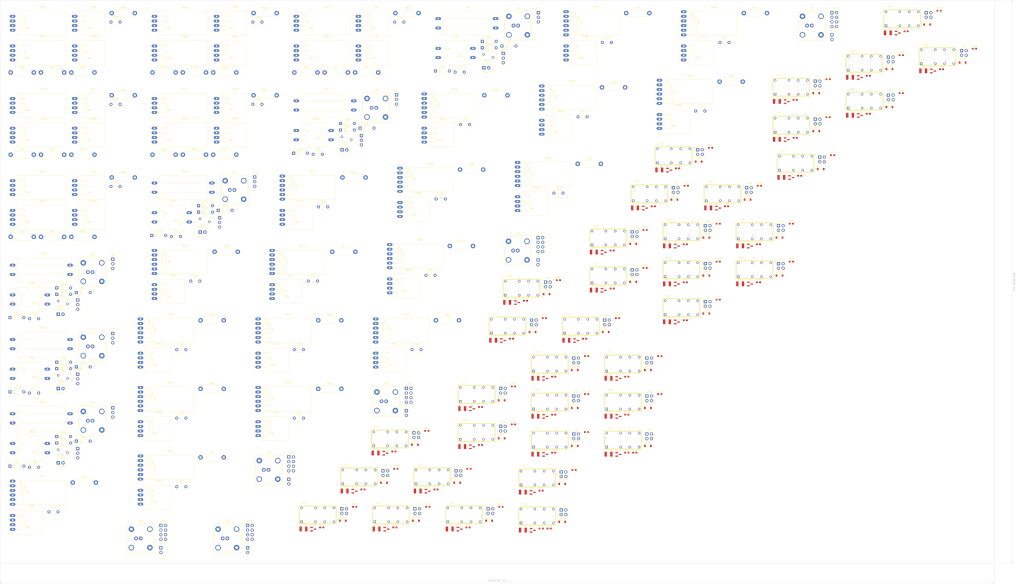
<source format=kicad_pcb>
(kicad_pcb (version 20211014) (generator pcbnew)
  (layers (0 "F.Cu" signal) (31 "B.Cu" signal) (34 "B.Paste" user) (35 "F.Paste" user) (36 "B.SilkS" user "B.Silkscreen") (37 "F.SilkS" user "F.Silkscreen") (38 "B.Mask" user) (39 "F.Mask" user) (44 "Edge.Cuts" user))
  (net 0 "")
  (net 1 "Net-(C1-Pad1)")
  (net 2 "GND")
  (net 3 "Net-(C2-Pad1)")
  (net 4 "Net-(C3-Pad1)")
  (net 5 "Net-(C3-Pad2)")
  (net 6 "Net-(C4-Pad1)")
  (net 7 "Net-(C5-Pad1)")
  (net 8 "Net-(C6-Pad1)")
  (net 9 "Net-(C7-Pad1)")
  (net 10 "Net-(C8-Pad1)")
  (net 11 "Net-(C9-Pad1)")
  (net 12 "Net-(C10-Pad1)")
  (net 13 "Net-(C11-Pad1)")
  (net 14 "+12V")
  (net 15 "Net-(D1-Pad2)")
  (net 16 "Net-(D2-Pad2)")
  (net 17 "Net-(D3-Pad1)")
  (net 18 "Net-(D3-Pad2)")
  (net 19 "Net-(D5-Pad1)")
  (net 20 "Net-(D7-Pad2)")
  (net 21 "Net-(D8-Pad2)")
  (net 22 "Net-(D9-Pad2)")
  (net 23 "Net-(D10-Pad2)")
  (net 24 "Net-(J1-Pad1)")
  (net 25 "Net-(J2-Pad1)")
  (net 26 "Net-(J3-Pad1)")
  (net 27 "Net-(J3-Pad2)")
  (net 28 "Net-(J4-Pad1)")
  (net 29 "Net-(J5-Pad1)")
  (net 30 "Net-(J6-Pad1)")
  (net 31 "Net-(J7-Pad2)")
  (net 32 "/One to Six splitter/Connectors/Relay-1")
  (net 33 "/One to Six splitter/Connectors/Relay-2")
  (net 34 "/One to Six splitter/Connectors/Relay-3")
  (net 35 "/One to Six splitter/Connectors/Relay-4")
  (net 36 "/One to Six splitter/Connectors/Relay-5")
  (net 37 "/One to Six splitter/Connectors/Relay-6")
  (net 38 "Net-(J10-Pad1)")
  (net 39 "Net-(JP1-Pad1)")
  (net 40 "Net-(JP1-Pad3)")
  (net 41 "Net-(JP2-Pad1)")
  (net 42 "/One to Six splitter/3-Way Splitter/RF-in")
  (net 46 "Net-(K1-Pad11)")
  (net 47 "/One to Six splitter/2-Way Splitter1/RF-out-2")
  (net 51 "Net-(K2-Pad11)")
  (net 52 "/One to Six splitter/2-Way Splitter3/RF-out-2")
  (net 56 "Net-(K3-Pad11)")
  (net 57 "/One to Six splitter/2-Way Splitter3/RF-out-1")
  (net 61 "Net-(K4-Pad11)")
  (net 62 "/One to Six splitter/2-Way Splitter2/RF-out-2")
  (net 66 "Net-(K5-Pad11)")
  (net 67 "/One to Six splitter/2-Way Splitter2/RF-out-1")
  (net 71 "Net-(K6-Pad11)")
  (net 72 "/One to Six splitter/2-Way Splitter1/RF-out-1")
  (net 73 "Net-(R5-Pad1)")
  (net 74 "Net-(R5-Pad2)")
  (net 75 "/One to Six splitter/2-Way Splitter1/RF-in")
  (net 76 "Net-(R6-Pad2)")
  (net 77 "/One to Six splitter/2-Way Splitter2/RF-in")
  (net 78 "/One to Six splitter/2-Way Splitter3/RF-in")
  (net 79 "Net-(TR7-Pad4)")
  (net 80 "Net-(TR9-Pad4)")
  (net 81 "Net-(TR11-Pad4)")
  (net 82 "Net-(C12-Pad1)")
  (net 83 "Net-(C13-Pad1)")
  (net 84 "Net-(C14-Pad1)")
  (net 85 "Net-(C14-Pad2)")
  (net 86 "Net-(C15-Pad1)")
  (net 87 "Net-(C16-Pad1)")
  (net 88 "Net-(C17-Pad1)")
  (net 89 "Net-(C18-Pad1)")
  (net 90 "Net-(C19-Pad1)")
  (net 91 "Net-(C20-Pad1)")
  (net 92 "Net-(C21-Pad1)")
  (net 93 "Net-(C22-Pad1)")
  (net 94 "Net-(C23-Pad1)")
  (net 95 "Net-(C24-Pad1)")
  (net 96 "Net-(C25-Pad1)")
  (net 97 "Net-(C25-Pad2)")
  (net 98 "Net-(C26-Pad1)")
  (net 99 "Net-(C27-Pad1)")
  (net 100 "Net-(C28-Pad1)")
  (net 101 "Net-(C29-Pad1)")
  (net 102 "Net-(C30-Pad1)")
  (net 103 "Net-(C31-Pad1)")
  (net 104 "Net-(C32-Pad1)")
  (net 105 "Net-(C33-Pad1)")
  (net 106 "Net-(C34-Pad1)")
  (net 107 "Net-(C35-Pad1)")
  (net 108 "Net-(C36-Pad1)")
  (net 109 "Net-(C36-Pad2)")
  (net 110 "Net-(C37-Pad1)")
  (net 111 "Net-(C38-Pad1)")
  (net 112 "Net-(C39-Pad1)")
  (net 113 "Net-(C40-Pad1)")
  (net 114 "Net-(C41-Pad1)")
  (net 115 "Net-(C42-Pad1)")
  (net 116 "Net-(C43-Pad1)")
  (net 117 "Net-(C44-Pad1)")
  (net 118 "Net-(C45-Pad1)")
  (net 119 "Net-(C46-Pad1)")
  (net 120 "Net-(C47-Pad1)")
  (net 121 "Net-(C47-Pad2)")
  (net 122 "Net-(C48-Pad1)")
  (net 123 "Net-(C49-Pad1)")
  (net 124 "Net-(C50-Pad1)")
  (net 125 "Net-(C51-Pad1)")
  (net 126 "Net-(C52-Pad1)")
  (net 127 "Net-(C53-Pad1)")
  (net 128 "Net-(C54-Pad1)")
  (net 129 "Net-(C55-Pad1)")
  (net 130 "Net-(C56-Pad1)")
  (net 131 "Net-(C57-Pad1)")
  (net 132 "Net-(C58-Pad1)")
  (net 133 "Net-(C58-Pad2)")
  (net 134 "Net-(C59-Pad1)")
  (net 135 "Net-(C60-Pad1)")
  (net 136 "Net-(C61-Pad1)")
  (net 137 "Net-(C62-Pad1)")
  (net 138 "Net-(C63-Pad1)")
  (net 139 "Net-(C64-Pad1)")
  (net 140 "Net-(C65-Pad1)")
  (net 141 "Net-(C66-Pad1)")
  (net 142 "Net-(D11-Pad2)")
  (net 143 "Net-(D12-Pad2)")
  (net 144 "Net-(D13-Pad1)")
  (net 145 "Net-(D13-Pad2)")
  (net 146 "Net-(D15-Pad1)")
  (net 147 "Net-(D17-Pad2)")
  (net 148 "Net-(D18-Pad2)")
  (net 149 "Net-(D19-Pad2)")
  (net 150 "Net-(D20-Pad2)")
  (net 151 "Net-(D21-Pad2)")
  (net 152 "Net-(D22-Pad2)")
  (net 153 "Net-(D23-Pad1)")
  (net 154 "Net-(D23-Pad2)")
  (net 155 "Net-(D25-Pad1)")
  (net 156 "Net-(D27-Pad2)")
  (net 157 "Net-(D28-Pad2)")
  (net 158 "Net-(D29-Pad2)")
  (net 159 "Net-(D30-Pad2)")
  (net 160 "Net-(D31-Pad2)")
  (net 161 "Net-(D32-Pad2)")
  (net 162 "Net-(D33-Pad1)")
  (net 163 "Net-(D33-Pad2)")
  (net 164 "Net-(D35-Pad1)")
  (net 165 "Net-(D37-Pad2)")
  (net 166 "Net-(D38-Pad2)")
  (net 167 "Net-(D39-Pad2)")
  (net 168 "Net-(D40-Pad2)")
  (net 169 "Net-(D41-Pad2)")
  (net 170 "Net-(D42-Pad2)")
  (net 171 "Net-(D43-Pad1)")
  (net 172 "Net-(D43-Pad2)")
  (net 173 "Net-(D45-Pad1)")
  (net 174 "Net-(D47-Pad2)")
  (net 175 "Net-(D48-Pad2)")
  (net 176 "Net-(D49-Pad2)")
  (net 177 "Net-(D50-Pad2)")
  (net 178 "Net-(D51-Pad2)")
  (net 179 "Net-(D52-Pad2)")
  (net 180 "Net-(D53-Pad1)")
  (net 181 "Net-(D53-Pad2)")
  (net 182 "Net-(D55-Pad1)")
  (net 183 "Net-(D57-Pad2)")
  (net 184 "Net-(D58-Pad2)")
  (net 185 "Net-(D59-Pad2)")
  (net 186 "Net-(D60-Pad2)")
  (net 187 "Net-(J11-Pad1)")
  (net 188 "Net-(J12-Pad1)")
  (net 189 "Net-(J13-Pad1)")
  (net 190 "Net-(J13-Pad2)")
  (net 191 "Net-(J14-Pad1)")
  (net 192 "Net-(J15-Pad1)")
  (net 193 "Net-(J16-Pad1)")
  (net 194 "Net-(J17-Pad2)")
  (net 195 "/One to Six splitter1/Connectors/Relay-1")
  (net 196 "/One to Six splitter1/Connectors/Relay-2")
  (net 197 "/One to Six splitter1/Connectors/Relay-3")
  (net 198 "/One to Six splitter1/Connectors/Relay-4")
  (net 199 "/One to Six splitter1/Connectors/Relay-5")
  (net 200 "/One to Six splitter1/Connectors/Relay-6")
  (net 201 "Net-(J20-Pad1)")
  (net 202 "Net-(J21-Pad1)")
  (net 203 "Net-(J22-Pad1)")
  (net 204 "Net-(J23-Pad1)")
  (net 205 "Net-(J23-Pad2)")
  (net 206 "Net-(J24-Pad1)")
  (net 207 "Net-(J25-Pad1)")
  (net 208 "Net-(J26-Pad1)")
  (net 209 "Net-(J27-Pad2)")
  (net 210 "/One to Six splitter2/Connectors/Relay-1")
  (net 211 "/One to Six splitter2/Connectors/Relay-2")
  (net 212 "/One to Six splitter2/Connectors/Relay-3")
  (net 213 "/One to Six splitter2/Connectors/Relay-4")
  (net 214 "/One to Six splitter2/Connectors/Relay-5")
  (net 215 "/One to Six splitter2/Connectors/Relay-6")
  (net 216 "Net-(J30-Pad1)")
  (net 217 "Net-(J31-Pad1)")
  (net 218 "Net-(J32-Pad1)")
  (net 219 "Net-(J33-Pad1)")
  (net 220 "Net-(J33-Pad2)")
  (net 221 "Net-(J34-Pad1)")
  (net 222 "Net-(J35-Pad1)")
  (net 223 "Net-(J36-Pad1)")
  (net 224 "Net-(J37-Pad2)")
  (net 225 "/One to Six splitter3/Connectors/Relay-1")
  (net 226 "/One to Six splitter3/Connectors/Relay-2")
  (net 227 "/One to Six splitter3/Connectors/Relay-3")
  (net 228 "/One to Six splitter3/Connectors/Relay-4")
  (net 229 "/One to Six splitter3/Connectors/Relay-5")
  (net 230 "/One to Six splitter3/Connectors/Relay-6")
  (net 231 "Net-(J40-Pad1)")
  (net 232 "Net-(J41-Pad1)")
  (net 233 "Net-(J42-Pad1)")
  (net 234 "Net-(J43-Pad1)")
  (net 235 "Net-(J43-Pad2)")
  (net 236 "Net-(J44-Pad1)")
  (net 237 "Net-(J45-Pad1)")
  (net 238 "Net-(J46-Pad1)")
  (net 239 "Net-(J47-Pad2)")
  (net 240 "/One to Six splitter4/Connectors/Relay-1")
  (net 241 "/One to Six splitter4/Connectors/Relay-2")
  (net 242 "/One to Six splitter4/Connectors/Relay-3")
  (net 243 "/One to Six splitter4/Connectors/Relay-4")
  (net 244 "/One to Six splitter4/Connectors/Relay-5")
  (net 245 "/One to Six splitter4/Connectors/Relay-6")
  (net 246 "Net-(J50-Pad1)")
  (net 247 "Net-(J51-Pad1)")
  (net 248 "Net-(J52-Pad1)")
  (net 249 "Net-(J53-Pad1)")
  (net 250 "Net-(J53-Pad2)")
  (net 251 "Net-(J54-Pad1)")
  (net 252 "Net-(J55-Pad1)")
  (net 253 "Net-(J56-Pad1)")
  (net 254 "Net-(J57-Pad2)")
  (net 255 "/One to Six splitter5/Connectors/Relay-1")
  (net 256 "/One to Six splitter5/Connectors/Relay-2")
  (net 257 "/One to Six splitter5/Connectors/Relay-3")
  (net 258 "/One to Six splitter5/Connectors/Relay-4")
  (net 259 "/One to Six splitter5/Connectors/Relay-5")
  (net 260 "/One to Six splitter5/Connectors/Relay-6")
  (net 261 "Net-(J60-Pad1)")
  (net 262 "Net-(JP3-Pad1)")
  (net 263 "Net-(JP3-Pad3)")
  (net 264 "Net-(JP4-Pad1)")
  (net 265 "/One to Six splitter1/3-Way Splitter/RF-in")
  (net 266 "Net-(JP5-Pad1)")
  (net 267 "Net-(JP5-Pad3)")
  (net 268 "Net-(JP6-Pad1)")
  (net 269 "/One to Six splitter2/3-Way Splitter/RF-in")
  (net 270 "Net-(JP7-Pad1)")
  (net 271 "Net-(JP7-Pad3)")
  (net 272 "Net-(JP8-Pad1)")
  (net 273 "/One to Six splitter3/3-Way Splitter/RF-in")
  (net 274 "Net-(JP9-Pad1)")
  (net 275 "Net-(JP10-Pad3)")
  (net 276 "Net-(JP10-Pad1)")
  (net 277 "/One to Six splitter4/3-Way Splitter/RF-in")
  (net 278 "Net-(JP11-Pad1)")
  (net 279 "Net-(JP11-Pad3)")
  (net 280 "Net-(JP12-Pad1)")
  (net 281 "/One to Six splitter5/3-Way Splitter/RF-in")
  (net 285 "Net-(K7-Pad11)")
  (net 286 "/One to Six splitter1/2-Way Splitter1/RF-out-2")
  (net 290 "Net-(K8-Pad11)")
  (net 291 "/One to Six splitter1/2-Way Splitter3/RF-out-2")
  (net 295 "Net-(K9-Pad11)")
  (net 296 "/One to Six splitter1/2-Way Splitter3/RF-out-1")
  (net 300 "Net-(K10-Pad11)")
  (net 301 "/One to Six splitter1/2-Way Splitter2/RF-out-2")
  (net 305 "Net-(K11-Pad11)")
  (net 306 "/One to Six splitter1/2-Way Splitter2/RF-out-1")
  (net 310 "Net-(K12-Pad11)")
  (net 311 "/One to Six splitter1/2-Way Splitter1/RF-out-1")
  (net 315 "Net-(K13-Pad11)")
  (net 316 "/One to Six splitter2/2-Way Splitter1/RF-out-2")
  (net 320 "Net-(K14-Pad11)")
  (net 321 "/One to Six splitter2/2-Way Splitter3/RF-out-2")
  (net 325 "Net-(K15-Pad11)")
  (net 326 "/One to Six splitter2/2-Way Splitter3/RF-out-1")
  (net 330 "Net-(K16-Pad11)")
  (net 331 "/One to Six splitter2/2-Way Splitter2/RF-out-2")
  (net 335 "Net-(K17-Pad11)")
  (net 336 "/One to Six splitter2/2-Way Splitter2/RF-out-1")
  (net 340 "Net-(K18-Pad11)")
  (net 341 "/One to Six splitter2/2-Way Splitter1/RF-out-1")
  (net 345 "Net-(K19-Pad11)")
  (net 346 "/One to Six splitter3/2-Way Splitter1/RF-out-2")
  (net 350 "Net-(K20-Pad11)")
  (net 351 "/One to Six splitter3/2-Way Splitter3/RF-out-2")
  (net 355 "Net-(K21-Pad11)")
  (net 356 "/One to Six splitter3/2-Way Splitter3/RF-out-1")
  (net 360 "Net-(K22-Pad11)")
  (net 361 "/One to Six splitter3/2-Way Splitter2/RF-out-2")
  (net 365 "Net-(K23-Pad11)")
  (net 366 "/One to Six splitter3/2-Way Splitter2/RF-out-1")
  (net 370 "Net-(K24-Pad11)")
  (net 371 "/One to Six splitter3/2-Way Splitter1/RF-out-1")
  (net 375 "Net-(K25-Pad11)")
  (net 376 "/One to Six splitter4/2-Way Splitter1/RF-out-2")
  (net 380 "Net-(K26-Pad11)")
  (net 381 "/One to Six splitter4/2-Way Splitter3/RF-out-2")
  (net 385 "Net-(K27-Pad11)")
  (net 386 "/One to Six splitter4/2-Way Splitter3/RF-out-1")
  (net 390 "Net-(K28-Pad11)")
  (net 391 "/One to Six splitter4/2-Way Splitter2/RF-out-2")
  (net 395 "Net-(K29-Pad11)")
  (net 396 "/One to Six splitter4/2-Way Splitter2/RF-out-1")
  (net 400 "Net-(K30-Pad11)")
  (net 401 "/One to Six splitter4/2-Way Splitter1/RF-out-1")
  (net 405 "Net-(K31-Pad11)")
  (net 406 "/One to Six splitter5/2-Way Splitter1/RF-out-2")
  (net 410 "Net-(K32-Pad11)")
  (net 411 "/One to Six splitter5/2-Way Splitter3/RF-out-2")
  (net 415 "Net-(K33-Pad11)")
  (net 416 "/One to Six splitter5/2-Way Splitter3/RF-out-1")
  (net 420 "Net-(K34-Pad11)")
  (net 421 "/One to Six splitter5/2-Way Splitter2/RF-out-2")
  (net 425 "Net-(K35-Pad11)")
  (net 426 "/One to Six splitter5/2-Way Splitter2/RF-out-1")
  (net 430 "Net-(K36-Pad11)")
  (net 431 "/One to Six splitter5/2-Way Splitter1/RF-out-1")
  (net 432 "Net-(R24-Pad1)")
  (net 433 "Net-(R24-Pad2)")
  (net 434 "/One to Six splitter1/2-Way Splitter1/RF-in")
  (net 435 "Net-(R25-Pad2)")
  (net 436 "/One to Six splitter1/2-Way Splitter2/RF-in")
  (net 437 "/One to Six splitter1/2-Way Splitter3/RF-in")
  (net 438 "Net-(R43-Pad1)")
  (net 439 "Net-(R43-Pad2)")
  (net 440 "/One to Six splitter2/2-Way Splitter1/RF-in")
  (net 441 "Net-(R44-Pad2)")
  (net 442 "/One to Six splitter2/2-Way Splitter2/RF-in")
  (net 443 "/One to Six splitter2/2-Way Splitter3/RF-in")
  (net 444 "Net-(R62-Pad1)")
  (net 445 "Net-(R62-Pad2)")
  (net 446 "/One to Six splitter3/2-Way Splitter1/RF-in")
  (net 447 "Net-(R63-Pad2)")
  (net 448 "/One to Six splitter3/2-Way Splitter2/RF-in")
  (net 449 "/One to Six splitter3/2-Way Splitter3/RF-in")
  (net 450 "Net-(R81-Pad1)")
  (net 451 "Net-(R81-Pad2)")
  (net 452 "/One to Six splitter4/2-Way Splitter1/RF-in")
  (net 453 "Net-(R82-Pad2)")
  (net 454 "/One to Six splitter4/2-Way Splitter2/RF-in")
  (net 455 "/One to Six splitter4/2-Way Splitter3/RF-in")
  (net 456 "Net-(R100-Pad1)")
  (net 457 "Net-(R100-Pad2)")
  (net 458 "/One to Six splitter5/2-Way Splitter1/RF-in")
  (net 459 "Net-(R101-Pad2)")
  (net 460 "/One to Six splitter5/2-Way Splitter2/RF-in")
  (net 461 "/One to Six splitter5/2-Way Splitter3/RF-in")
  (net 462 "Net-(TR19-Pad4)")
  (net 463 "Net-(TR21-Pad4)")
  (net 464 "Net-(TR23-Pad4)")
  (net 465 "Net-(TR31-Pad4)")
  (net 466 "Net-(TR33-Pad4)")
  (net 467 "Net-(TR35-Pad4)")
  (net 468 "Net-(TR43-Pad4)")
  (net 469 "Net-(TR45-Pad4)")
  (net 470 "Net-(TR47-Pad4)")
  (net 471 "Net-(TR55-Pad4)")
  (net 472 "Net-(TR57-Pad4)")
  (net 473 "Net-(TR59-Pad4)")
  (net 474 "Net-(TR67-Pad4)")
  (net 475 "Net-(TR69-Pad4)")
  (net 476 "Net-(TR71-Pad4)")
  (footprint "Connector_PinHeader_2.54mm:PinHeader_1x03_P2.54mm_Vertical" (layer "F.Cu") (at 611.76 233.49)
    (fp_text reference "JP2")
    (fp_text value "50/75 ohm")
  )
  (footprint "Resistor_SMD:R_1210_3225Metric_Pad1.30x2.65mm_HandSolder" (layer "F.Cu") (at 589.23 428.33)
    (fp_text reference "R21")
    (fp_text value "50E")
  )
  (footprint "Components:BN-73-202-2-0" (layer "F.Cu") (at 619.6 312.1)
    (fp_text reference "TR46")
    (fp_text value "BN-73-6802")
  )
  (footprint "Package_TO_SOT_SMD:SOT-23" (layer "F.Cu") (at 769.72 301.57)
    (fp_text reference "Q1")
    (fp_text value "MMBT3904")
  )
  (footprint "Diode_THT:D_DO-35_SOD27_P7.62mm_Horizontal" (layer "F.Cu") (at 418.9 333.32)
    (fp_text reference "D15")
    (fp_text value "1N4148")
  )
  (footprint "Components:RELAY_RY-12W-K" (layer "F.Cu") (at 637.235 424.765)
    (fp_text reference "K33")
    (fp_text value "RY-12W-K")
  )
  (footprint "Components:BN-73-6802-balun" (layer "F.Cu") (at 342.56 390.42)
    (fp_text reference "TR49")
    (fp_text value "BN-73-6802")
  )
  (footprint "Components:BN-73-6802-3-0" (layer "F.Cu") (at 490.54 300.76)
    (fp_text reference "TR71")
    (fp_text value "BN-73-6802")
  )
  (footprint "Capacitor_SMD:C_0603_1608Metric_Pad1.08x0.95mm_HandSolder" (layer "F.Cu") (at 639.4 410.84)
    (fp_text reference "C66")
    (fp_text value "100n")
  )
  (footprint "Resistor_SMD:R_0603_1608Metric_Pad0.98x0.95mm_HandSolder" (layer "F.Cu") (at 725.44 285.24)
    (fp_text reference "R31")
    (fp_text value "3k3")
  )
  (footprint "Components:RELAY_RY-12W-K" (layer "F.Cu") (at 549.555 444.965)
    (fp_text reference "K21")
    (fp_text value "RY-12W-K")
  )
  (footprint "Components:RELAY_RY-12W-K" (layer "F.Cu") (at 677.365 445.595)
    (fp_text reference "K17")
    (fp_text value "RY-12W-K")
  )
  (footprint "Connector_PinHeader_2.54mm:PinHeader_2x02_P2.54mm_Vertical" (layer "F.Cu") (at 722.62 369.63)
    (fp_text reference "J5")
    (fp_text value "Pads for coax")
  )
  (footprint "Diode_SMD:D_SOD-123" (layer "F.Cu") (at 745.77 313.69)
    (fp_text reference "D59")
    (fp_text value "1N4148W")
  )
  (footprint "Components:BNC_vertical" (layer "F.Cu") (at 547.485 424.34)
    (fp_text reference "J39")
    (fp_text value "BNC")
  )
  (footprint "Resistor_SMD:R_1210_3225Metric_Pad1.30x2.65mm_HandSolder" (layer "F.Cu") (at 761.87 259.79)
    (fp_text reference "R70")
    (fp_text value "50E")
  )
  (footprint "Connector_PinHeader_2.54mm:PinHeader_2x02_P2.54mm_Vertical" (layer "F.Cu") (at 650.41 442.27)
    (fp_text reference "J6")
    (fp_text value "Pads for coax")
  )
  (footprint "Fuse:Fuse_BelFuse_0ZRE0005FF_L8.3mm_W3.8mm" (layer "F.Cu") (at 367.55 410.08)
    (fp_text reference "F5")
    (fp_text value "Polyfuse")
  )
  (footprint "Capacitor_THT:C_Disc_D5.1mm_W3.2mm_P5.00mm" (layer "F.Cu") (at 507.5 288.83)
    (fp_text reference "C36")
    (fp_text value "100n")
  )
  (footprint "Diode_THT:D_DO-35_SOD27_P7.62mm_Horizontal" (layer "F.Cu") (at 611.01 229.39)
    (fp_text reference "D4")
    (fp_text value "1N4148")
  )
  (footprint "Capacitor_SMD:C_0603_1608Metric_Pad1.08x0.95mm_HandSolder" (layer "F.Cu") (at 707.38 296.54)
    (fp_text reference "C18")
    (fp_text value "100n")
  )
  (footprint "Resistor_SMD:R_0603_1608Metric_Pad0.98x0.95mm_HandSolder" (layer "F.Cu") (at 769.8 347.73)
    (fp_text reference "R94")
    (fp_text value "3k3")
  )
  (footprint "Package_TO_SOT_SMD:SOT-23" (layer "F.Cu") (at 674.91 411.81)
    (fp_text reference "Q2")
    (fp_text value "MMBT3904")
  )
  (footprint "Resistor_SMD:R_0603_1608Metric_Pad0.98x0.95mm_HandSolder" (layer "F.Cu") (at 530.2 482.23)
    (fp_text reference "R75")
    (fp_text value "3k3")
  )
  (footprint "Components:BN-73-202-2-0" (layer "F.Cu") (at 697.43 267.01)
    (fp_text reference "TR36")
    (fp_text value "BN-73-6802")
  )
  (footprint "Connector_PinHeader_2.54mm:PinHeader_1x03_P2.54mm_Vertical" (layer "F.Cu") (at 553.17 256.2)
    (fp_text reference "JP7")
    (fp_text value "50/75 ohm")
  )
  (footprint "Resistor_SMD:R_1210_3225Metric_Pad1.30x2.65mm_HandSolder" (layer "F.Cu") (at 741.7 359.88)
    (fp_text reference "R95")
    (fp_text value "50E")
  )
  (footprint "Components:RELAY_RY-12W-K" (layer "F.Cu") (at 630.365 466.425)
    (fp_text reference "K11")
    (fp_text value "RY-12W-K")
  )
  (footprint "Resistor_SMD:R_0603_1608Metric_Pad0.98x0.95mm_HandSolder" (layer "F.Cu") (at 830.1 255.26)
    (fp_text reference "R18")
    (fp_text value "3k3")
  )
  (footprint "Connector_PinHeader_2.54mm:PinHeader_2x02_P2.54mm_Vertical" (layer "F.Cu") (at 782.92 269.54)
    (fp_text reference "J55")
    (fp_text value "Pads for coax")
  )
  (footprint "Resistor_SMD:R_0603_1608Metric_Pad0.98x0.95mm_HandSolder" (layer "F.Cu") (at 632.53 494.16)
    (fp_text reference "R50")
    (fp_text value "3k3")
  )
  (footprint "Resistor_SMD:R_0603_1608Metric_Pad0.98x0.95mm_HandSolder" (layer "F.Cu") (at 634.31 378.71)
    (fp_text reference "R37")
    (fp_text value "3k3")
  )
  (footprint "Components:BN-73-202-1-1" (layer "F.Cu") (at 342.56 365.95)
    (fp_text reference "TR26")
    (fp_text value "BN-73-transformer")
  )
  (footprint "Capacitor_THT:C_Disc_D5.1mm_W3.2mm_P5.00mm" (layer "F.Cu") (at 574.95 313.3)
    (fp_text reference "C49")
    (fp_text value "68p")
  )
  (footprint "Diode_SMD:D_SOD-123" (layer "F.Cu") (at 546.3 469.02)
    (fp_text reference "D31")
    (fp_text value "1N4148W")
  )
  (footprint "Capacitor_SMD:C_0603_1608Metric_Pad1.08x0.95mm_HandSolder" (layer "F.Cu") (at 574.87 472.7)
    (fp_text reference "C23")
    (fp_text value "100n")
  )
  (footprint "Resistor_SMD:R_0603_1608Metric_Pad0.98x0.95mm_HandSolder" (layer "F.Cu") (at 569.78 440.57)
    (fp_text reference "R67")
    (fp_text value "3k3")
  )
  (footprint "Diode_THT:D_DO-35_SOD27_P7.62mm_Horizontal" (layer "F.Cu") (at 522.41 275.49)
    (fp_text reference "D33")
    (fp_text value "1N4148")
  )
  (footprint "Connector_PinHeader_2.54mm:PinHeader_2x04_P2.54mm_Vertical" (layer "F.Cu") (at 630.8 334.56)
    (fp_text reference "J48")
    (fp_text value "Relay control")
  )
  (footprint "Resistor_SMD:R_1210_3225Metric_Pad1.30x2.65mm_HandSolder" (layer "F.Cu") (at 764.3 301.45)
    (fp_text reference "R2")
    (fp_text value "50E")
  )
  (footprint "Resistor_SMD:R_1210_3225Metric_Pad1.30x2.65mm_HandSolder" (layer "F.Cu") (at 622.49 474.18)
    (fp_text reference "R34")
    (fp_text value "50E")
  )
  (footprint "Resistor_SMD:R_0603_1608Metric_Pad0.98x0.95mm_HandSolder" (layer "F.Cu") (at 769.8 326.9)
    (fp_text reference "R88")
    (fp_text value "3k3")
  )
  (footprint "Components:BNC_vertical" (layer "F.Cu") (at 542.065 263.29)
    (fp_text reference "J33")
    (fp_text value "BNC")
  )
  (footprint "Package_TO_SOT_SMD:SOT-23" (layer "F.Cu") (at 594.65 449.28)
    (fp_text reference "Q18")
    (fp_text value "MMBT3904")
  )
  (footprint "Connector_PinHeader_2.54mm:PinHeader_2x02_P2.54mm_Vertical" (layer "F.Cu") (at 643.54 463.1)
    (fp_text reference "J16")
    (fp_text value "Pads for coax")
  )
  (footprint "Resistor_THT:R_Axial_DIN0411_L9.9mm_D3.6mm_P12.70mm_Horizontal" (layer "F.Cu") (at 510.22 379.9)
    (fp_text reference "R35")
    (fp_text value "100E")
  )
  (footprint "Diode_THT:D_DO-35_SOD27_P7.62mm_Horizontal" (layer "F.Cu") (at 341.07 459.93)
    (fp_text reference "D55")
    (fp_text value "1N4148")
  )
  (footprint "LED_THT:LED_D5.0mm_Clear" (layer "F.Cu") (at 367.65 376.57)
    (fp_text reference "NE3")
    (fp_text value "Lamp_Neon")
  )
  (footprint "Diode_THT:D_DO-35_SOD27_P7.62mm_Horizontal" (layer "F.Cu") (at 366.75 362.12)
    (fp_text reference "D26")
    (fp_text value "1N4148")
  )
  (footprint "Connector_PinHeader_2.54mm:PinHeader_1x03_P2.54mm_Vertical" (layer "F.Cu") (at 378.27 368.76)
    (fp_text reference "JP6")
    (fp_text value "50/75 ohm")
  )
  (footprint "Fuse:Fuse_BelFuse_0ZRE0005FF_L8.3mm_W3.8mm" (layer "F.Cu") (at 445.38 324.23)
    (fp_text reference "F2")
    (fp_text value "Polyfuse")
  )
  (footprint "Diode_THT:D_DO-35_SOD27_P7.62mm_Horizontal" (layer "F.Cu") (at 341.07 378.41)
    (fp_text reference "D25")
    (fp_text value "1N4148")
  )
  (footprint "Components:RELAY_RY-12W-K" (layer "F.Cu") (at 830.595 214.435)
    (fp_text reference "K9")
    (fp_text value "RY-12W-K")
  )
  (footprint "Diode_SMD:D_SOD-123" (layer "F.Cu") (at 523.7 489.85)
    (fp_text reference "D40")
    (fp_text value "1N4148W")
  )
  (footprint "Components:BN-73-6802-2-0" (layer "F.Cu") (at 342.56 319.59)
    (fp_text reference "TR42")
    (fp_text value "BN-73-6802")
  )
  (footprint "Resistor_SMD:R_0603_1608Metric_Pad0.98x0.95mm_HandSolder" (layer "F.Cu") (at 850.82 210.04)
    (fp_text reference "R29")
    (fp_text value "3k3")
  )
  (footprint "Resistor_THT:R_Axial_DIN0411_L9.9mm_D3.6mm_P12.70mm_Horizontal" (layer "F.Cu") (at 419.3 243.94)
    (fp_text reference "R101")
    (fp_text value "68E")
  )
  (footprint "Capacitor_SMD:C_0603_1608Metric_Pad1.08x0.95mm_HandSolder" (layer "F.Cu") (at 751.74 359.03)
    (fp_text reference "C55")
    (fp_text value "100n")
  )
  (footprint "Components:BN-73-6802-3-0" (layer "F.Cu") (at 555.07 296.43)
    (fp_text reference "TR55")
    (fp_text value "BN-73-6802")
  )
  (footprint "Components:BN-73-202-2-0" (layer "F.Cu") (at 532.29 213.12)
    (fp_text reference "TR3")
    (fp_text value "BN-73-202")
  )
  (footprint "Capacitor_THT:C_Disc_D5.1mm_W3.2mm_P5.00mm" (layer "F.Cu") (at 432.59 395.99)
    (fp_text reference "C9")
    (fp_text value "68p")
  )
  (footprint "Connector_PinHeader_2.54mm:PinHeader_2x02_P2.54mm_Vertical" (layer "F.Cu") (at 627.26 379.78)
    (fp_text reference "J20")
    (fp_text value "Pads for coax")
  )
  (footprint "Connector_PinHeader_2.54mm:PinHeader_2x04_P2.54mm_Vertical" (layer "F.Cu") (at 558.59 417.25)
    (fp_text reference "J38")
    (fp_text value "Relay control")
  )
  (footprint "Capacitor_THT:C_Disc_D5.1mm_W3.2mm_P5.00mm" (layer "F.Cu") (at 351.84 379.01)
    (fp_text reference "C25")
    (fp_text value "100n")
  )
  (footprint "Resistor_SMD:R_0603_1608Metric_Pad0.98x0.95mm_HandSolder" (layer "F.Cu") (at 752.27 306.07)
    (fp_text reference "R109")
    (fp_text value "3k3")
  )
  (footprint "Diode_SMD:D_SOD-123" (layer "F.Cu") (at 783.47 255.26)
    (fp_text reference "D38")
    (fp_text value "1N4148W")
  )
  (footprint "Components:RELAY_RY-12W-K" (layer "F.Cu") (at 809.875 238.825)
    (fp_text reference "K32")
    (fp_text value "RY-12W-K")
  )
  (footprint "Capacitor_THT:C_Disc_D5.1mm_W3.2mm_P5.00mm" (layer "F.Cu") (at 474.34 216.31)
    (fp_text reference "C59")
    (fp_text value "68p")
  )
  (footprint "Capacitor_SMD:C_0603_1608Metric_Pad1.08x0.95mm_HandSolder" (layer "F.Cu") (at 774.34 300.6)
    (fp_text reference "C1")
    (fp_text value "100n")
  )
  (footprint "Resistor_THT:R_Axial_DIN0411_L9.9mm_D3.6mm_P12.70mm_Horizontal" (layer "F.Cu") (at 497.13 243.94)
    (fp_text reference "R6")
    (fp_text value "68E")
  )
  (footprint "Diode_THT:D_DO-35_SOD27_P7.62mm_Horizontal" (layer "F.Cu") (at 366.75 406.43)
    (fp_text reference "D43")
    (fp_text value "1N4148")
  )
  (footprint "Connector_PinHeader_2.54mm:PinHeader_1x03_P2.54mm_Vertical" (layer "F.Cu") (at 456.1 323.67)
    (fp_text reference "JP4")
    (fp_text value "50/75 ohm")
  )
  (footprint "Package_TO_SOT_SMD:SOT-23" (layer "F.Cu") (at 706.99 339.17)
    (fp_text reference "Q23")
    (fp_text value "MMBT3904")
  )
  (footprint "Capacitor_THT:C_Disc_D5.1mm_W3.2mm_P5.00mm" (layer "F.Cu") (at 666.08 227.45)
    (fp_text reference "C43")
    (fp_text value "68p")
  )
  (footprint "Capacitor_THT:C_Disc_D5.1mm_W3.2mm_P5.00mm" (layer "F.Cu") (at 362.44 485)
    (fp_text reference "C5")
    (fp_text value "68p")
  )
  (footprint "Resistor_SMD:R_1210_3225Metric_Pad1.30x2.65mm_HandSolder" (layer "F.Cu") (at 646.34 390.86)
    (fp_text reference "R49")
    (fp_text value "50E")
  )
  (footprint "Components:RELAY_RY-12W-K" (layer "F.Cu") (at 614.085 383.105)
    (fp_text reference "K12")
    (fp_text value "RY-12W-K")
  )
  (footprint "Capacitor_THT:C_Disc_D5.1mm_W3.2mm_P5.00mm" (layer "F.Cu") (at 351.84 419.77)
    (fp_text reference "C47")
    (fp_text value "100n")
  )
  (footprint "Diode_SMD:D_SOD-123" (layer "F.Cu") (at 667.94 386.33)
    (fp_text reference "D27")
    (fp_text value "1N4148W")
  )
  (footprint "Diode_SMD:D_SOD-123" (layer "F.Cu") (at 635.49 365.5)
    (fp_text reference "D49")
    (fp_text value "1N4148W")
  )
  (footprint "Connector_PinHeader_2.54mm:PinHeader_2x02_P2.54mm_Vertical" (layer "F.Cu") (at 722.62 327.97)
    (fp_text reference "J36")
    (fp_text value "Pads for coax")
  )
  (footprint "Resistor_THT:R_Axial_DIN0411_L9.9mm_D3.6mm_P12.70mm_Horizontal" (layer "F.Cu") (at 358.12 334.12)
    (fp_text reference "R64")
    (fp_text value "68E")
  )
  (footprint "Diode_SMD:D_SOD-123" (layer "F.Cu") (at 627.81 386.33)
    (fp_text reference "D20")
    (fp_text value "1N4148W")
  )
  (footprint "Fuse:Fuse_BelFuse_0ZRE0005FF_L8.3mm_W3.8mm" (layer "F.Cu") (at 523.21 279.14)
    (fp_text reference "F4")
    (fp_text value "Polyfuse")
  )
  (footprint "Capacitor_THT:C_Disc_D5.1mm_W3.2mm_P5.00mm" (layer "F.Cu") (at 396.51 216.31)
    (fp_text reference "C48")
    (fp_text value "68p")
  )
  (footprint "Connector_PinHeader_2.54mm:PinHeader_2x04_P2.54mm_Vertical" (layer "F.Cu") (at 471.46 492.45)
    (fp_text reference "J28")
    (fp_text value "Relay control")
  )
  (footprint "LED_THT:LED_D5.0mm_Clear" (layer "F.Cu") (at 601.14 241.3)
    (fp_text reference "NE1")
    (fp_text value "Lamp_Neon")
  )
  (footprint "Components:BNC_vertical" (layer "F.Cu") (at 412.805 499.54)
    (fp_text reference "J59")
    (fp_text value "BNC")
  )
  (footprint "Diode_SMD:D_SOD-123" (layer "F.Cu") (at 683.04 337.95)
    (fp_text reference "D32")
    (fp_text value "1N4148W")
  )
  (footprint "Package_TO_SOT_SMD:SOT-23" (layer "F.Cu") (at 634.78 411.81)
    (fp_text reference "Q36")
    (fp_text value "MMBT3904")
  )
  (footprint "Capacitor_SMD:C_0603_1608Metric_Pad1.08x0.95mm_HandSolder" (layer "F.Cu") (at 832.76 221.34)
    (fp_text reference "C17")
    (fp_text value "100n")
  )
  (footprint "Components:BN-73-202-2-0" (layer "F.Cu") (at 646.2 229.41)
    (fp_text reference "TR48")
    (fp_text value "BN-73-6802")
  )
  (footprint "Resistor_SMD:R_0603_1608Metric_Pad0.98x0.95mm_HandSolder" (layer "F.Cu") (at 830.1 234.43)
    (fp_text reference "R98")
    (fp_text value "3k3")
  )
  (footprint "Components:BN-73-202-2-0" (layer "F.Cu") (at 454.46 274.5)
    (fp_text reference "TR16")
    (fp_text value "BN-73-202")
  )
  (footprint "Resistor_THT:R_Axial_DIN0411_L9.9mm_D3.6mm_P12.70mm_Horizontal" (layer "F.Cu") (at 358.12 289.03)
    (fp_text reference "R45")
    (fp_text value "68E")
  )
  (footprint "Capacitor_THT:C_Disc_D5.1mm_W3.2mm_P5.00mm" (layer "F.Cu") (at 440.27 358.39)
    (fp_text reference "C16")
    (fp_text value "68p")
  )
  (footprint "Components:BN-73-202-2-0" (layer "F.Cu") (at 412.71 473.15)
    (fp_text reference "TR32")
    (fp_text value "BN-73-6802")
  )
  (footprint "Connector_PinHeader_2.54mm:PinHeader_1x02_P2.54mm_Vertical" (layer "F.Cu") (at 792.08 223.36)
    (fp_text reference "J7")
    (fp_text value "Pads for coax")
  )
  (footprint "Package_TO_SOT_SMD:SOT-23" (layer "F.Cu") (at 702.76 297.51)
    (fp_text reference "Q10")
    (fp_text value "MMBT3904")
  )
  (footprint "Components:RELAY_RY-12W-K" (layer "F.Cu") (at 590.235 486.625)
    (fp_text reference "K3")
    (fp_text value "RY-12W-K")
  )
  (footprint "Package_TO_SOT_SMD:SOT-23" (layer "F.Cu") (at 594.65 428.45)
    (fp_text reference "Q7")
    (fp_text value "MMBT3904")
  )
  (footprint "Components:BN-73-6802-2-0" (layer "F.Cu") (at 498.22 213.12)
    (fp_text reference "TR5")
    (fp_text value "BN-73-6802")
  )
  (footprint "Connector_PinHeader_2.54mm:PinHeader_2x02_P2.54mm_Vertical" (layer "F.Cu") (at 705.09 307.14)
    (fp_text reference "J12")
    (fp_text value "Pads for coax")
  )
  (footprint "Resistor_SMD:R_0603_1608Metric_Pad0.98x0.95mm_HandSolder" (layer "F.Cu") (at 689.54 330.33)
    (fp_text reference "R60")
    (fp_text value "3k3")
  )
  (footprint "Resistor_SMD:R_1210_3225Metric_Pad1.30x2.65mm_HandSolder" (layer "F.Cu") (at 669.49 453.35)
    (fp_text reference "R53")
    (fp_text value "50E")
  )
  (footprint "Diode_SMD:D_SOD-123" (layer "F.Cu") (at 844.32 217.66)
    (fp_text reference "D17")
    (fp_text value "1N4148W")
  )
  (footprint "Connector_PinHeader_2.54mm:PinHeader_2x02_P2.54mm_Vertical" (layer "F.Cu") (at 682.49 352.23)
    (fp_text reference "J44")
    (fp_text value "Pads for coax")
  )
  (footprint "Components:BN-73-202-1-1" (layer "F.Cu") (at 342.56 406.71)
    (fp_text reference "TR50")
    (fp_text value "BN-73-transformer")
  )
  (footprint "Resistor_THT:R_Axial_DIN0411_L9.9mm_D3.6mm_P12.70mm_Horizontal" (layer "F.Cu") (at 730.41 248.96)
    (fp_text reference "R55")
    (fp_text value "100E")
  )
  (footprint "Components:BN-73-202-2-0" (layer "F.Cu") (at 376.63 229.41)
    (fp_text reference "TR52")
    (fp_text value "BN-73-202")
  )
  (footprint "Connector_PinHeader_2.54mm:PinHeader_2x02_P2.54mm_Vertical" (layer "F.Cu") (at 785.35 290.37)
    (fp_text reference "J1")
    (fp_text value "Pads for coax")
  )
  (footprint "Components:RELAY_RY-12W-K" (layer "F.Cu") (at 850.005 235.265)
    (fp_text reference "K26")
    (fp_text value "RY-12W-K")
  )
  (footprint "Connector_PinHeader_2.54mm:PinHeader_2x02_P2.54mm_Vertical" (layer "F.Cu") (at 603.41 483.3)
    (fp_text reference "J4")
    (fp_text value "Pads for coax")
  )
  (footprint "Components:BN-73-6802-2-0" (layer "F.Cu") (at 498.22 229.41)
    (fp_text reference "TR6")
    (fp_text value "BN-73-6802")
  )
  (footprint "Components:BN-73-202-2-0" (layer "F.Cu") (at 412.71 435.55)
    (fp_text reference "TR58")
    (fp_text value "BN-73-6802")
  )
  (footprint "Components:RELAY_RY-12W-K" (layer "F.Cu") (at 637.235 403.935)
    (fp_text reference "K36")
    (fp_text value "RY-12W-K")
  )
  (footprint "Resistor_THT:R_Axial_DIN0411_L9.9mm_D3.6mm_P12.70mm_Horizontal" (layer "F.Cu") (at 341.47 334.12)
    (fp_text reference "R63")
    (fp_text value "68E")
  )
  (footprint "Resistor_THT:R_Axial_DIN0411_L9.9mm_D3.6mm_P12.70mm_Horizontal" (layer "F.Cu") (at 452.6 243.94)
    (fp_text reference "R100")
    (fp_text value "68E")
  )
  (footprint "Capacitor_SMD:C_0603_1608Metric_Pad1.08x0.95mm_HandSolder" (layer "F.Cu") (at 534.74 472.7)
    (fp_text reference "C34")
    (fp_text value "100n")
  )
  (footprint "Resistor_SMD:R_0603_1608Metric_Pad0.98x0.95mm_HandSolder" (layer "F.Cu") (at 729.67 347.73)
    (fp_text reference "R96")
    (fp_text value "3k3")
  )
  (footprint "Resistor_THT:R_Axial_DIN0411_L9.9mm_D3.6mm_P12.70mm_Horizontal" (layer "F.Cu") (at 523.52 301.54)
    (fp_text reference "R112")
    (fp_text value "100E")
  )
  (footprint "Components:BN-73-6802-balun" (layer "F.Cu") (at 576.05 214.39)
    (fp_text reference "TR1")
    (fp_text value "BN-73-6802")
  )
  (footprint "Capacitor_THT:C_Disc_D5.1mm_W3.2mm_P5.00mm" (layer "F.Cu") (at 552.17 216.31)
    (fp_text reference "C4")
    (fp_text value "68p")
  )
  (footprint "Components:BN-73-202-2-0" (layer "F.Cu") (at 549.45 357.19)
    (fp_text reference "TR68")
    (fp_text value "BN-73-6802")
  )
  (footprint "Capacitor_SMD:C_0603_1608Metric_Pad1.08x0.95mm_HandSolder" (layer "F.Cu") (at 512.14 493.53)
    (fp_text reference "C44")
    (fp_text value "100n")
  )
  (footprint "Capacitor_SMD:C_0603_1608Metric_Pad1.08x0.95mm_HandSolder" (layer "F.Cu") (at 812.04 245.73)
    (fp_text reference "C57")
    (fp_text value "100n")
  )
  (footprint "Resistor_SMD:R_1210_3225Metric_Pad1.30x2.65mm_HandSolder" (layer "F.Cu") (at 606.21 390.86)
    (fp_text reference "R38")
    (fp_text value "50E")
  )
  (footprint "Capacitor_SMD:C_0603_1608Metric_Pad1.08x0.95mm_HandSolder" (layer "F.Cu") (at 599.27 427.48)
    (fp_text reference "C12")
    (fp_text value "100n")
  )
  (footprint "Connector_PinHeader_2.54mm:PinHeader_1x02_P2.54mm_Vertical" (layer "F.Cu") (at 471.46 504.7)
    (fp_text reference "J27")
    (fp_text value "Pads for coax")
  )
  (footprint "Resistor_SMD:R_0603_1608Metric_Pad0.98x0.95mm_HandSolder" (layer "F.Cu") (at 679.53 452.5)
    (fp_text reference "R52")
    (fp_text value "3k3")
  )
  (footprint "Resistor_THT:R_Axial_DIN0411_L9.9mm_D3.6mm_P12.70mm_Horizontal" (layer "F.Cu") (at 375.54 468.91)
    (fp_text reference "R9")
    (fp_text value "100E")
  )
  (footprint "Diode_SMD:D_SOD-123" (layer "F.Cu") (at 705.64 313.69)
    (fp_text reference "D12")
    (fp_text value "1N4148W")
  )
  (footprint "Capacitor_SMD:C_0603_1608Metric_Pad1.08x0.95mm_HandSolder" (layer "F.Cu") (at 616.25 390.01)
    (fp_text reference "C22")
    (fp_text value "100n")
  )
  (footprint "Diode_SMD:D_SOD-123" (layer "F.Cu") (at 650.96 448.82)
    (fp_text reference "D9")
    (fp_text value "1N4148W")
  )
  (footprint "Diode_THT:D_DO-35_SOD27_P7.62mm_Horizontal" (layer "F.Cu") (at 377.52 364.66)
    (fp_text reference "D24")
    (fp_text value "1N4148")
  )
  (footprint "Resistor_THT:R_Axial_DIN0411_L9.9mm_D3.6mm_P12.70mm_Horizontal" (layer "F.Cu") (at 341.47 289.03)
    (fp_text reference "R44")
    (fp_text value "68E")
  )
  (footprint "Components:BN-73-6802-balun" (layer "F.Cu") (at 420.39 304.57)
    (fp_text reference "TR13")
    (fp_text value "BN-73-6802")
  )
  (footprint "Diode_THT:D_DO-35_SOD27_P7.62mm_Horizontal" (layer "F.Cu") (at 444.58 320.58)
    (fp_text reference "D13")
    (fp_text value "1N4148")
  )
  (footprint "Resistor_SMD:R_1210_3225Metric_Pad1.30x2.65mm_HandSolder" (layer "F.Cu") (at 697.34 297.39)
    (fp_text reference "R32")
    (fp_text value "50E")
  )
  (footprint "Components:RELAY_RY-12W-K" (layer "F.Cu") (at 709.445 331.295)
    (fp_text reference "K23")
    (fp_text value "RY-12W-K")
  )
  (footprint "Capacitor_SMD:C_0603_1608Metric_Pad1.08x0.95mm_HandSolder" (layer "F.Cu") (at 679.53 410.84)
    (fp_text reference "C2")
    (fp_text value "100n")
  )
  (footprint "Components:BN-73-6802-3-0" (layer "F.Cu") (at 697.43 248.18)
    (fp_text reference "TR35")
    (fp_text value "BN-73-6802")
  )
  (footprint "Connector_PinHeader_2.54mm:PinHeader_2x02_P2.54mm_Vertical" (layer "F.Cu") (at 843.77 211.11)
    (fp_text reference "J14")
    (fp_text value "Pads for coax")
  )
  (footprint "Resistor_SMD:R_1210_3225Metric_Pad1.30x2.65mm_HandSolder" (layer "F.Cu") (at 724.17 318.22)
    (fp_text reference "R110")
    (fp_text value "50E")
  )
  (footprint "Diode_SMD:D_SOD-123" (layer "F.Cu") (at 563.83 489.85)
    (fp_text reference "D22")
    (fp_text value "1N4148W")
  )
  (footprint "Resistor_THT:R_Axial_DIN0411_L9.9mm_D3.6mm_P12.70mm_Horizontal" (layer "F.Cu") (at 474.74 256.45)
    (fp_text reference "R27")
    (fp_text value "18E")
  )
  (footprint "Connector_PinHeader_2.54mm:PinHeader_2x02_P2.54mm_Vertical" (layer "F.Cu") (at 563.28 483.3)
    (fp_text reference "J22")
    (fp_text value "Pads for coax")
  )
  (footprint "Connector_PinHeader_2.54mm:PinHeader_2x02_P2.54mm_Vertical" (layer "F.Cu") (at 782.92 248.71)
    (fp_text reference "J35")
    (fp_text value "Pads for coax")
  )
  (footprint "Diode_SMD:D_SOD-123" (layer "F.Cu") (at 691.09 448.82)
    (fp_text reference "D29")
    (fp_text value "1N4148W")
  )
  (footprint "Components:RELAY_RY-12W-K" (layer "F.Cu") (at 597.105 441.405)
    (fp_text reference "K18")
    (fp_text value "RY-12W-K")
  )
  (footprint "Package_TO_SOT_SMD:SOT-23" (layer "F.Cu") (at 807.42 267.53)
    (fp_text reference "Q6")
    (fp_text value "MMBT3904")
  )
  (footprint "Components:RELAY_RY-12W-K" (layer "F.Cu") (at 637.235 445.595)
    (fp_text reference "K5")
    (fp_text value "RY-12W-K")
  )
  (footprint "Capacitor_SMD:C_0603_1608Metric_Pad1.08x0.95mm_HandSolder" (layer "F.Cu") (at 679.53 431.67)
    (fp_text reference "C45")
    (fp_text value "100n")
  )
  (footprint "Components:BN-73-6802-2-0" (layer "F.Cu") (at 420.39 213.12)
    (fp_text reference "TR65")
    (fp_text value "BN-73-6802")
  )
  (footprint "Components:BN-73-6802-3-0" (layer "F.Cu") (at 619.6 293.27)
    (fp_text reference "TR45")
    (fp_text value "BN-73-6802")
  )
  (footprint "Resistor_SMD:R_1210_3225Metric_Pad1.30x2.65mm_HandSolder" (layer "F.Cu") (at 661.44 342.48)
    (fp_text reference "R61")
    (fp_text value "50E")
  )
  (footprint "Connector_PinHeader_2.54mm:PinHeader_2x02_P2.54mm_Vertical" (layer "F.Cu") (at 690.54 400.61)
    (fp_text reference "J2")
    (fp_text value "Pads for coax")
  )
  (footprint "Capacitor_SMD:C_0603_1608Metric_Pad1.08x0.95mm_HandSolder" (layer "F.Cu") (at 632.53 473.33)
    (fp_text reference "C19")
    (fp_text value "100n")
  )
  (footprint "Connector_PinHeader_2.54mm:PinHeader_2x02_P2.54mm_Vertical" (layer "F.Cu") (at 823.05 256.33)
    (fp_text reference "J10")
    (fp_text value "Pads for coax")
  )
  (footprint "Resistor_THT:R_Axial_DIN0411_L9.9mm_D3.6mm_P12.70mm_Horizontal" (layer "F.Cu") (at 743.71 211.36)
    (fp_text reference "R111")
    (fp_text value "100E")
  )
  (footprint "Diode_SMD:D_SOD-123" (layer "F.Cu") (at 723.17 355.35)
    (fp_text reference "D51")
    (fp_text value "1N4148W")
  )
  (footprint "Diode_SMD:D_SOD-123" (layer "F.Cu") (at 823.6 242.05)
    (fp_text reference "D52")
    (fp_text value "1N4148W")
  )
  (footprint "Capacitor_SMD:C_0603_1608Metric_Pad1.08x0.95mm_HandSolder" (layer "F.Cu") (at 751.74 338.2)
    (fp_text reference "C51")
    (fp_text value "100n")
  )
  (footprint "Capacitor_SMD:C_0603_1608Metric_Pad1.08x0.95mm_HandSolder" (layer "F.Cu") (at 812.04 266.56)
    (fp_text reference "C11")
    (fp_text value "100n")
  )
  (footprint "Components:BN-73-202-2-0" (layer "F.Cu") (at 532.29 229.41)
    (fp_text reference "TR4")
    (fp_text value "BN-73-202")
  )
  (footprint "Components:BNC_vertical" (layer "F.Cu") (at 464.235 308.38)
    (fp_text reference "J13")
    (fp_text value "BNC")
  )
  (footprint "Components:BN-73-202-2-0" (layer "F.Cu") (at 454.46 229.41)
    (fp_text reference "TR64")
    (fp_text value "BN-73-202")
  )
  (footprint "Package_TO_SOT_SMD:SOT-23" (layer "F.Cu") (at 570.25 473.67)
    (fp_text reference "Q13")
    (fp_text value "MMBT3904")
  )
  (footprint "Resistor_THT:R_Axial_DIN0411_L9.9mm_D3.6mm_P12.70mm_Horizontal" (layer "F.Cu") (at 341.47 243.94)
    (fp_text reference "R82")
    (fp_text value "68E")
  )
  (footprint "Resistor_SMD:R_0603_1608Metric_Pad0.98x0.95mm_HandSolder" (layer "F.Cu") (at 729.67 326.9)
    (fp_text reference "R71")
    (fp_text value "3k3")
  )
  (footprint "Resistor_THT:R_Axial_DIN0411_L9.9mm_D3.6mm_P12.70mm_Horizontal" (layer "F.Cu") (at 419.3 289.03)
    (fp_text reference "R25")
    (fp_text value "68E")
  )
  (footprint "Connector_PinHeader_2.54mm:PinHeader_1x03_P2.54mm_Vertical" (layer "F.Cu") (at 533.93 278.58)
    (fp_text reference "JP8")
    (fp_text value "50/75 ohm")
  )
  (footprint "Components:RELAY_RY-12W-K" (layer "F.Cu") (at 709.445 352.125)
    (fp_text reference "K31")
    (fp_text value "RY-12W-K")
  )
  (footprint "Package_TO_SOT_SMD:SOT-23" (layer "F.Cu") (at 634.78 432.64)
    (fp_text reference "Q33")
    (fp_text value "MMBT3904")
  )
  (footprint "Package_TO_SOT_SMD:SOT-23" (layer "F.Cu") (at 729.59 318.34)
    (fp_text reference "Q35")
    (fp_text value "MMBT3904")
  )
  (footprint "Capacitor_THT:C_Disc_D5.1mm_W3.2mm_P5.00mm" (layer "F.Cu") (at 730.61 227.45)
    (fp_text reference "C64")
    (fp_text value "68p")
  )
  (footprint "Resistor_SMD:R_1210_3225Metric_Pad1.30x2.65mm_HandSolder" (layer "F.Cu") (at 542.23 494.38)
    (fp_text reference "R42")
    (fp_text value "50E")
  )
  (footprint "Resistor_SMD:R_0603_1608Metric_Pad0.98x0.95mm_HandSolder" (layer "F.Cu") (at 697.59 420.37)
    (fp_text reference "R77")
    (fp_text value "3k3")
  )
  (footprint "Resistor_SMD:R_0603_1608Metric_Pad0.98x0.95mm_HandSolder" (layer "F.Cu") (at 641.99 357.88)
    (fp_text reference "R90")
    (fp_text value "3k3")
  )
  (footprint "Connector_PinHeader_2.54mm:PinHeader_2x02_P2.54mm_Vertical" (layer "F.Cu") (at 722.62 348.8)
    (fp_text reference "J51")
    (fp_text value "Pads for coax")
  )
  (footprint "Components:BN-73-202-2-0" (layer "F.Cu") (at 477.24 397.95)
    (fp_text reference "TR22")
    (fp_text value "BN-73-6802")
  )
  (footprint "Resistor_SMD:R_0603_1608Metric_Pad0.98x0.95mm_HandSolder" (layer "F.Cu") (at 712.14 306.07)
    (fp_text reference "R22")
    (fp_text value "3k3")
  )
  (footprint "Connector_PinHeader_2.54mm:PinHeader_2x02_P2.54mm_Vertical" (layer "F.Cu") (at 863.18 231.94)
    (fp_text reference "J42")
    (fp_text value "Pads for coax")
  )
  (footprint "Components:RELAY_RY-12W-K" (layer "F.Cu") (at 550.105 486.625)
    (fp_text reference "K14")
    (fp_text value "RY-12W-K")
  )
  (footprint "Package_TO_SOT_SMD:SOT-23" (layer "F.Cu") (at 767.29 259.91)
    (fp_text reference "Q22")
    (fp_text value "MMBT3904")
  )
  (footprint "Components:BN-73-202-2-0" (layer "F.Cu") (at 484.92 360.35)
    (fp_text reference "TR12")
    (fp_text value "BN-73-6802")
  )
  (footprint "Components:BN-73-6802-3-0" (layer "F.Cu") (at 632.9 251.34)
    (fp_text reference "TR59")
    (fp_text value "BN-73-6802")
  )
  (footprint "Diode_THT:D_DO-35_SOD27_P7.62mm_Horizontal" (layer "F.Cu") (at 366.75 447.19)
    (fp_text reference "D53")
    (fp_text value "1N4148")
  )
  (footprint "Resistor_THT:R_Axial_DIN0411_L9.9mm_D3.6mm_P12.70mm_Horizontal" (layer "F.Cu") (at 396.91 301.54)
    (fp_text reference "R65")
    (fp_text value "18E")
  )
  (footprint "Capacitor_SMD:C_0603_1608Metric_Pad1.08x0.95mm_HandSolder" (layer "F.Cu") (at 599.27 448.31)
    (fp_text reference "C33")
    (fp_text value "100n")
  )
  (footprint "Components:RELAY_RY-12W-K" (layer "F.Cu") (at 749.575 331.295)
    (fp_text reference "K28")
    (fp_text value "RY-12W-K")
  )
  (footprint "Connector_PinHeader_2.54mm:PinHeader_1x03_P2.54mm_Vertical" (layer "F.Cu") (at 397.51 346.38)
    (fp_text reference "JP5")
    (fp_text value "50/75 ohm")
  )
  (footprint "Components:BN-73-6802-3-0" (layer "F.Cu") (at 549.45 338.36)
    (fp_text reference "TR67")
    (fp_text value "BN-73-6802")
  )
  (footprint "Components:RELAY_RY-12W-K" (layer "F.Cu") (at 769.745 272.865)
    (fp_text reference "K34")
    (fp_text value "RY-12W-K")
  )
  (footprint "Resistor_SMD:R_0603_1608Metric_Pad0.98x0.95mm_HandSolder" (layer "F.Cu") (at 789.97 247.64)
    (fp_text reference "R69")
    (fp_text value "3k3")
  )
  (footprint "Fuse:Fuse_BelFuse_0ZRE0005FF_L8.3mm_W3.8mm" (layer "F.Cu") (at 367.55 450.84)
    (fp_text reference "F6")
    (fp_text value "Polyfuse")
  )
  (footprint "Package_TO_SOT_SMD:SOT-23" (layer "F.Cu") (at 674.91 453.47)
    (fp_text reference "Q17")
    (fp_text value "MMBT3904")
  )
  (footprint "Diode_SMD:D_SOD-123" (layer "F.Cu") (at 650.96 407.16)
    (fp_text reference "D60")
    (fp_text value "1N4148W")
  )
  (footprint "Package_TO_SOT_SMD:SOT-23" (layer "F.Cu") (at 666.86 342.6)
    (fp_text reference "Q20")
    (fp_text value "MMBT3904")
  )
  (footprint "Components:RELAY_RY-12W-K" (layer "F.Cu") (at 732.045 310.465)
    (fp_text reference "K35")
    (fp_text value "RY-12W-K")
  )
  (footprint "Resistor_SMD:R_1210_3225Metric_Pad1.30x2.65mm_HandSolder" (layer "F.Cu") (at 564.83 473.55)
    (fp_text reference "R40")
    (fp_text value "50E")
  )
  (footprint "Resistor_SMD:R_0603_1608Metric_Pad0.98x0.95mm_HandSolder" (layer "F.Cu") (at 789.97 268.47)
    (fp_text reference "R107")
    (fp_text value "3k3")
  )
  (footprint "LED_THT:LED_D5.0mm_Clear" (layer "F.Cu") (at 367.65 417.33)
    (fp_text reference "NE5")
    (fp_text value "Lamp_Neon")
  )
  (footprint "Package_TO_SOT_SMD:SOT-23" (layer "F.Cu") (at 666.86 363.43)
    (fp_text reference "Q27")
    (fp_text value "MMBT3904")
  )
  (footprint "Fuse:Fuse_BelFuse_0ZRE0005FF_L8.3mm_W3.8mm" (layer "F.Cu") (at 367.55 369.32)
    (fp_text reference "F3")
    (fp_text value "Polyfuse")
  )
  (footprint "Capacitor_SMD:C_0603_1608Metric_Pad1.08x0.95mm_HandSolder" (layer "F.Cu") (at 623.93 369.18)
    (fp_text reference "C52")
    (fp_text value "100n")
  )
  (footprint "Package_TO_SOT_SMD:SOT-23" (layer "F.Cu") (at 651.76 390.98)
    (fp_text reference "Q15")
    (fp_text value "MMBT3904")
  )
  (footprint "Resistor_THT:R_Axial_DIN0411_L9.9mm_D3.6mm_P12.70mm_Horizontal" (layer "F.Cu") (at 452.6 289.03)
    (fp_text reference "R24")
    (fp_text value "68E")
  )
  (footprint "Connector_PinHeader_2.54mm:PinHeader_2x02_P2.54mm_Vertical" (layer "F.Cu") (at 690.54 421.44)
    (fp_text reference "J41")
    (fp_text value "Pads for coax")
  )
  (footprint "Package_TO_SOT_SMD:SOT-23" (layer "F.Cu") (at 706.99 380.83)
    (fp_text reference "Q4")
    (fp_text value "MMBT3904")
  )
  (footprint "Connector_PinHeader_2.54mm:PinHeader_2x02_P2.54mm_Vertical" (layer "F.Cu") (at 650.41 400.61)
    (fp_text reference "J60")
    (fp_text value "Pads for coax")
  )
  (footprint "Package_TO_SOT_SMD:SOT-23" (layer "F.Cu") (at 689.46 318.34)
    (fp_text reference "Q8")
    (fp_text value "MMBT3904")
  )
  (footprint "Capacitor_SMD:C_0603_1608Metric_Pad1.08x0.95mm_HandSolder" (layer "F.Cu") (at 639.4 452.5)
    (fp_text reference "C8")
    (fp_text value "100n")
  )
  (footprint "Diode_SMD:D_SOD-123" (layer "F.Cu") (at 863.73 238.49)
    (fp_text reference "D42")
    (fp_text value "1N4148W")
  )
  (footprint "Components:BN-73-202-2-0" (layer "F.Cu") (at 541.77 397.95)
    (fp_text reference "TR44")
    (fp_text value "BN-73-6802")
  )
  (footprint "Diode_SMD:D_SOD-123" (layer "F.Cu") (at 683.04 358.78)
    (fp_text reference "D47")
    (fp_text value "1N4148W")
  )
  (footprint "Diode_SMD:D_SOD-123" (layer "F.Cu") (at 723.17 334.52)
    (fp_text reference "D39")
    (fp_text value "1N4148W")
  )
  (footprint "Connector_PinHeader_2.54mm:PinHeader_2x04_P2.54mm_Vertical" (layer "F.Cu") (at 423.91 492.45)
    (fp_text reference "J58")
    (fp_text value "Relay control")
  )
  (footprint "Capacitor_THT:C_Disc_D5.1mm_W3.2mm_P5.00mm" (layer "F.Cu") (at 396.51 261.4)
    (fp_text reference "C26")
    (fp_text value "68p")
  )
  (footprint "Components:BN-73-6802-2-0" (layer "F.Cu") (at 342.56 213.12)
    (fp_text reference "TR53")
    (fp_text value "BN-73-6802")
  )
  (footprint "LED_THT:LED_D5.0mm_Clear" (layer "F.Cu") (at 367.65 458.09)
    (fp_text reference "NE6")
    (fp_text value "Lamp_Neon")
  )
  (footprint "Capacitor_SMD:C_0603_1608Metric_Pad1.08x0.95mm_HandSolder" (layer "F.Cu") (at 683.88 452.5)
    (fp_text reference "C30")
    (fp_text value "100n")
  )
  (footprint "Package_TO_SOT_SMD:SOT-23" (layer "F.Cu") (at 587.78 494.5)
    (fp_text reference "Q3")
    (fp_text value "MMBT3904")
  )
  (footprint "Resistor_SMD:R_1210_3225Metric_Pad1.30x2.65mm_HandSolder" (layer "F.Cu") (at 541.68 452.72)
    (fp_text reference "R68")
    (fp_text value "50E")
  )
  (footprint "Components:BN-73-202-2-0" (layer "F.Cu") (at 376.63 303.3)
    (fp_text reference "TR39")
    (fp_text value "BN-73-202")
  )
  (footprint "Resistor_THT:R_Axial_DIN0411_L9.9mm_D3.6mm_P12.70mm_Horizontal" (layer "F.Cu") (at 435.95 289.03)
    (fp_text reference "R26")
    (fp_text value "68E")
  )
  (footprint "Diode_THT:D_DO-35_SOD27_P7.62mm_Horizontal" (layer "F.Cu") (at 444.58 317.03)
    (fp_text reference "D16")
    (fp_text value "1N4148")
  )
  (footprint "Package_TO_SOT_SMD:SOT-23" (layer "F.Cu") (at 847.55 243.14)
    (fp_text reference "Q26")
    (fp_text value "MMBT3904")
  )
  (footprint "Capacitor_THT:C_Disc_D5.1mm_W3.2mm_P5.00mm" (layer "F.Cu") (at 561.65 395.99)
    (fp_text reference "C38")
    (fp_text value "68p")
  )
  (footprint "Capacitor_SMD:C_0603_1608Metric_Pad1.08x0.95mm_HandSolder" (layer "F.Cu") (at 852.17 242.17)
    (fp_text reference "C46")
    (fp_text value "100n")
  )
  (footprint "Capacitor_THT:C_Disc_D5.1mm_W3.2mm_P5.00mm" (layer "F.Cu") (at 510.42 317.63)
    (fp_text reference "C65")
    (fp_text value "68p")
  )
  (footprint "Diode_SMD:D_SOD-123" (layer "F.Cu") (at 723.17 376.18)
    (fp_text reference "D8")
    (fp_text value "1N4148W")
  )
  (footprint "Package_TO_SOT_SMD:SOT-23" (layer "F.Cu") (at 634.78 453.47)
    (fp_text reference "Q5")
    (fp_text value "MMBT3904")
  )
  (footprint "Components:BNC_vertical" (layer "F.Cu") (at 386.405 434.99)
    (fp_text reference "J53")
    (fp_text value "BNC")
  )
  (footprint "Diode_SMD:D_SOD-123" (layer "F.Cu") (at 650.96 427.99)
    (fp_text reference "D57")
    (fp_text value "1N4148W")
  )
  (footprint "Diode_THT:D_DO-35_SOD27_P7.62mm_Horizontal" (layer "F.Cu") (at 366.75 402.88)
    (fp_text reference "D46")
    (fp_text value "1N4148")
  )
  (footprint "Diode_SMD:D_SOD-123" (layer "F.Cu") (at 603.96 489.85)
    (fp_text reference "D7")
    (fp_text value "1N4148W")
  )
  (footprint "Resistor_SMD:R_1210_3225Metric_Pad1.30x2.65mm_HandSolder" (layer "F.Cu") (at 802 267.41)
    (fp_text reference "R19")
    (fp_text value "50E")
  )
  (footprint "Package_TO_SOT_SMD:SOT-23" (layer "F.Cu") (at 530.12 473.67)
    (fp_text reference "Q19")
    (fp_text value "MMBT3904")
  )
  (footprint "Resistor_THT:R_Axial_DIN0411_L9.9mm_D3.6mm_P12.70mm_Horizontal" (layer "F.Cu") (at 374.77 243.94)
    (fp_text reference "R81")
    (fp_text value "68E")
  )
  (footprint "Connector_PinHeader_2.54mm:PinHeader_1x03_P2.54mm_Vertical" (layer "F.Cu") (at 378.27 450.28)
    (fp_text reference "JP12")
    (fp_text value "50/75 ohm")
  )
  (footprint "Resistor_SMD:R_1210_3225Metric_Pad1.30x2.65mm_HandSolder" (layer "F.Cu") (at 629.36 432.52)
    (fp_text reference "R106")
    (fp_text value "50E")
  )
  (footprint "Capacitor_THT:C_Disc_D5.1mm_W3.2mm_P5.00mm" (layer "F.Cu") (at 429.67 333.92)
    (fp_text reference "C14")
    (fp_text value "100n")
  )
  (footprint "Diode_SMD:D_SOD-123" (layer "F.Cu") (at 718.94 292.86)
    (fp_text reference "D18")
    (fp_text value "1N4148W")
  )
  (footprint "Components:BN-73-6802-2-0" (layer "F.Cu") (at 342.56 229.41)
    (fp_text reference "TR54")
    (fp_text value "BN-73-6802")
  )
  (footprint "Components:BN-73-202-2-0" (layer "F.Cu") (at 376.63 213.12)
    (fp_text reference "TR51")
    (fp_text value "BN-73-202")
  )
  (footprint "Components:BN-73-6802-3-0" (layer "F.Cu") (at 342.56 468.13)
    (fp_text reference "TR7")
    (fp_text value "BN-73-6802")
  )
  (footprint "Package_TO_SOT_SMD:SOT-23" (layer "F.Cu") (at 619.31 370.15)
    (fp_text reference "Q29")
    (fp_text value "MMBT3904")
  )
  (footprint "Components:BN-73-202-1-1" (layer "F.Cu") (at 342.56 447.47)
    (fp_text reference "TR62")
    (fp_text value "BN-73-transformer")
  )
  (footprint "Components:BN-73-202-2-0" (layer "F.Cu") (at 477.24 435.55)
    (fp_text reference "TR34")
    (fp_text value "BN-73-6802")
  )
  (footprint "Resistor_THT:R_Axial_DIN0411_L9.9mm_D3.6mm_P12.70mm_Horizontal" (layer "F.Cu") (at 374.77 334.12)
    (fp_text reference "R62")
    (fp_text value "68E")
  )
  (footprint "Capacitor_THT:C_Disc_D5.1mm_W3.2mm_P5.00mm" (layer "F.Cu") (at 351.84 460.53)
    (fp_text reference "C58")
    (fp_text value "100n")
  )
  (footprint "Components:BN-73-202-2-0" (layer "F.Cu") (at 376.63 274.5)
    (fp_text reference "TR28")
    (fp_text value "BN-73-202")
  )
  (footprint "Components:BN-73-6802-3-0" (layer "F.Cu") (at 420.39 341.52)
    (fp_text reference "TR19")
    (fp_text value "BN-73-6802")
  )
  (footprint "Diode_THT:D_DO-35_SOD27_P7.62mm_Horizontal" (layer "F.Cu") (at 455.35 319.57)
    (fp_text reference "D14")
    (fp_text value "1N4148")
  )
  (footprint "Components:RELAY_RY-12W-K" (layer "F.Cu") (at 669.315 334.725)
    (fp_text reference "K20")
    (fp_text value "RY-12W-K")
  )
  (footprint "Components:RELAY_RY-12W-K" (layer "F.Cu") (at 749.575 352.125)
    (fp_text reference "K30")
    (fp_text value "RY-12W-K")
  )
  (footprint "Diode_THT:D_DO-35_SOD27_P7.62mm_Horizontal" (layer "F.Cu") (at 522.41 271.94)
    (fp_text reference "D36")
    (fp_text value "1N4148")
  )
  (footprint "Components:BN-73-202-2-0" (layer "F.Cu") (at 555.07 315.26)
    (fp_text reference "TR56")
    (fp_text value "BN-73-6802")
  )
  (footprint "Diode_THT:D_DO-35_SOD27_P7.62mm_Horizontal" (layer "F.Cu") (at 366.75 443.64)
    (fp_text reference "D56")
    (fp_text value "1N4148")
  )
  (footprint "Package_TO_SOT_SMD:SOT-23" (layer "F.Cu") (at 706.99 360)
    (fp_text reference "Q31")
    (fp_text value "MMBT3904")
  )
  (footprint "Capacitor_SMD:C_0603_1608Metric_Pad1.08x0.95mm_HandSolder" (layer "F.Cu") (at 671.48 362.46)
    (fp_text reference "C50")
    (fp_text value "100n")
  )
  (footprint "Resistor_SMD:R_1210_3225Metric_Pad1.30x2.65mm_HandSolder" (layer "F.Cu") (at 629.36 453.35)
    (fp_text reference "R15")
    (fp_text value "50E")
  )
  (footprint "Resistor_THT:R_Axial_DIN0411_L9.9mm_D3.6mm_P12.70mm_Horizontal" (layer "F.Cu") (at 679.18 211.36)
    (fp_text reference "R74")
    (fp_text value "100E")
  )
  (footprint "Diode_SMD:D_SOD-123" (layer "F.Cu") (at 763.3 355.35)
    (fp_text reference "D50")
    (fp_text value "1N4148W")
  )
  (footprint "Resistor_SMD:R_0603_1608Metric_Pad0.98x0.95mm_HandSolder" (layer "F.Cu") (at 592.93 461.4)
    (fp_text reference "R39")
    (fp_text value "3k3")
  )
  (footprint "Components:BN-73-6802-3-0" (layer "F.Cu") (at 477.24 379.12)
    (fp_text reference "TR21")
    (fp_text value "BN-73-6802")
  )
  (footprint "Resistor_SMD:R_1210_3225Metric_Pad1.30x2.65mm_HandSolder" (layer "F.Cu") (at 524.7 473.55)
    (fp_text reference "R59")
    (fp_text value "50E")
  )
  (footprint "Package_TO_SOT_SMD:SOT-23" (layer "F.Cu") (at 547.65 494.5)
    (fp_text reference "Q14")
    (fp_text value "MMBT3904")
  )
  (footprint "Capacitor_THT:C_Disc_D5.1mm_W3.2mm_P5.00mm" (layer "F.Cu") (at 432.59 433.59)
    (fp_text reference "C53")
    (fp_text value "68p")
  )
  (footprint "Capacitor_THT:C_Disc_D5.1mm_W3.2mm_P5.00mm" (layer "F.Cu") (at 652.78 268.21)
    (fp_text reference "C54")
    (fp_text value "68p")
  )
  (footprint "Components:RELAY_RY-12W-K" (layer "F.Cu") (at 709.445 372.955)
    (fp_text reference "K4")
    (fp_text value "RY-12W-K")
  )
  (footprint "Package_TO_SOT_SMD:SOT-23" (layer "F.Cu") (at 828.14 222.31)
    (fp_text reference "Q9")
    (fp_text value "MMBT3904")
  )
  (footprint "Components:RELAY_RY-12W-K" (layer "F.Cu") (at 654.215 383.105)
    (fp_text reference "K15")
    (fp_text value "RY-12W-K")
  )
  (footprint "Fuse:Fuse_BelFuse_0ZRE0005FF_L8.3mm_W3.8mm" (layer "F.Cu") (at 601.04 234.05)
    (fp_text reference "F1")
    (fp_text value "Polyfuse")
  )
  (footprint "Diode_THT:D_DO-35_SOD27_P7.62mm_Horizontal" (layer "F.Cu") (at 496.73 288.23)
    (fp_text reference "D35")
    (fp_text value "1N4148")
  )
  (footprint "Components:BN-73-202-1-1" (layer "F.Cu") (at 576.05 230.68)
    (fp_text reference "TR2")
    (fp_text value "BN-73-transformer")
  )
  (footprint "Capacitor_SMD:C_0603_1608Metric_Pad1.08x0.95mm_HandSolder" (layer "F.Cu") (at 694.08 317.37)
    (fp_text reference "C13")
    (fp_text value "100n")
  )
  (footprint "Resistor_THT:R_Axial_DIN0411_L9.9mm_D3.6mm_P12.70mm_Horizontal" (layer "F.Cu") (at 517.9 342.3)
    (fp_text reference "R17")
    (fp_text value "100E")
  )
  (footprint "Capacitor_SMD:C_0603_1608Metric_Pad1.08x0.95mm_HandSolder" (layer "F.Cu") (at 671.48 341.63)
    (fp_text reference "C35")
    (fp_text value "100n")
  )
  (footprint "Components:BN-73-6802-3-0" (layer "F.Cu") (at 412.71 379.12)
    (fp_text reference "TR9")
    (fp_text value "BN-73-6802")
  )
  (footprint "Resistor_SMD:R_0603_1608Metric_Pad0.98x0.95mm_HandSolder" (layer "F.Cu") (at 697.59 399.54)
    (fp_text reference "R3")
    (fp_text value "3k3")
  )
  (footprint "Components:RELAY_RY-12W-K" (layer "F.Cu") (at 677.365 424.765)
    (fp_text reference "K25")
    (fp_text value "RY-12W-K")
  )
  (footprint "Diode_SMD:D_SOD-123" (layer "F.Cu") (at 644.09 490.48)
    (fp_text reference "D28")
    (fp_text value "1N4148W")
  )
  (footprint "Components:RELAY_RY-12W-K" (layer "F.Cu") (at 621.765 362.275)
    (fp_text reference "K29")
    (fp_text value "RY-12W-K")
  )
  (footprint "Resistor_THT:R_Axial_DIN0411_L9.9mm_D3.6mm_P12.70mm_Horizontal" (layer "F.Cu") (at 474.74 211.36)
    (fp_text reference "R103")
    (fp_text value "18E")
  )
  (footprint "Connector_PinHeader_2.54mm:PinHeader_2x02_P2.54mm_Vertical" (layer "F.Cu") (at 823.05 235.5)
    (fp_text reference "J52")
    (fp_text value "Pads for coax")
  )
  (footprint "Components:BN-73-202-2-0" (layer "F.Cu") (at 568.37 274.5)
    (fp_text reference "TR24")
    (fp_text value "BN-73-6802")
  )
  (footprint "Resistor_SMD:R_1210_3225Metric_Pad1.30x2.65mm_HandSolder" (layer "F.Cu") (at 589.23 449.16)
    (fp_text reference "R57")
    (fp_text value "50E")
  )
  (footprint "Components:BNC_vertical" (layer "F.Cu") (at 619.695 341.65)
    (fp_text reference "J49")
    (fp_text value "BNC")
  )
  (footprint "Components:BNC_vertical" (layer "F.Cu") (at 386.405 353.47)
    (fp_text reference "J23")
    (fp_text value "BNC")
  )
  (footprint "Connector_PinHeader_2.54mm:PinHeader_1x03_P2.54mm_Vertical" (layer "F.Cu") (at 397.51 427.9)
    (fp_text reference "JP11")
    (fp_text value "50/75 ohm")
  )
  (footprint "Resistor_THT:R_Axial_DIN0411_L9.9mm_D3.6mm_P12.70mm_Horizontal" (layer "F.Cu") (at 445.69 417.5)
    (fp_text reference "R92")
    (fp_text value "100E")
  )
  (footprint "Diode_THT:D_DO-35_SOD27_P7.62mm_Horizontal" (layer "F.Cu") (at 377.52 405.42)
    (fp_text reference "D44")
    (fp_text value "1N4148")
  )
  (footprint "Resistor_THT:R_Axial_DIN0411_L9.9mm_D3.6mm_P12.70mm_Horizontal" (layer "F.Cu") (at 513.78 243.94)
    (fp_text reference "R7")
    (fp_text value "68E")
  )
  (footprint "Capacitor_THT:C_Disc_D5.1mm_W3.2mm_P5.00mm" (layer "F.Cu") (at 585.33 243.74)
    (fp_text reference "C3")
    (fp_text value "100n")
  )
  (footprint "Components:BN-73-6802-2-0" (layer "F.Cu") (at 342.56 303.3)
    (fp_text reference "TR41")
    (fp_text value "BN-73-6802")
  )
  (footprint "Package_TO_SOT_SMD:SOT-23" (layer "F.Cu") (at 507.52 494.5)
    (fp_text reference "Q24")
    (fp_text value "MMBT3904")
  )
  (footprint "Resistor_THT:R_Axial_DIN0411_L9.9mm_D3.6mm_P12.70mm_Horizontal" (layer "F.Cu") (at 530.43 243.94)
    (fp_text reference "R5")
    (fp_text value "68E")
  )
  (footprint "Components:BN-73-202-2-0" (layer "F.Cu") (at 376.63 319.59)
    (fp_text reference "TR40")
    (fp_text value "BN-73-202")
  )
  (footprint "Diode_SMD:D_SOD-123" (layer "F.Cu") (at 610.83 423.8)
    (fp_text reference "D11")
    (fp_text value "1N4148W")
  )
  (footprint "Components:BN-73-6802-3-0" (layer "F.Cu") (at 412.71 416.72)
    (fp_text reference "TR57")
    (fp_text value "BN-73-6802")
  )
  (footprint "Resistor_THT:R_Axial_DIN0411_L9.9mm_D3.6mm_P12.70mm_Horizontal" (layer "F.Cu") (at 552.57 211.36)
    (fp_text reference "R8")
    (fp_text value "18E")
  )
  (footprint "Resistor_SMD:R_1210_3225Metric_Pad1.30x2.65mm_HandSolder" (layer "F.Cu") (at 669.49 411.69)
    (fp_text reference "R4")
    (fp_text value "50E")
  )
  (footprint "Connector_PinHeader_2.54mm:PinHeader_1x03_P2.54mm_Vertical" (layer "F.Cu") (at 475.34 301.29)
    (fp_text reference "JP3")
    (fp_text value "50/75 ohm")
  )
  (footprint "Capacitor_SMD:C_0603_1608Metric_Pad1.08x0.95mm_HandSolder" (layer "F.Cu") (at 734.21 317.37)
    (fp_text reference "C63")
    (fp_text value "100n")
  )
  (footprint "Capacitor_THT:C_Disc_D5.1mm_W3.2mm_P5.00mm" (layer "F.Cu") (at 432.59 471.19)
    (fp_text reference "C27")
    (fp_text value "68p")
  )
  (footprint "Capacitor_THT:C_Disc_D5.1mm_W3.2mm_P5.00mm" (layer "F.Cu") (at 504.8 358.39)
    (fp_text reference "C10")
    (fp_text value "68p")
  )
  (footprint "Package_TO_SOT_SMD:SOT-23" (layer "F.Cu") (at 611.63 390.98)
    (fp_text reference "Q12")
    (fp_text value "MMBT3904")
  )
  (footprint "Connector_PinHeader_2.54mm:PinHeader_2x02_P2.54mm_Vertical" (layer "F.Cu") (at 643.54 483.93)
    (fp_text reference "J25")
    (fp_text value "Pads for coax")
  )
  (footprint "Components:BN-73-6802-2-0" (layer "F.Cu") (at 342.56 274.5)
    (fp_text reference "TR30")
    (fp_text value "BN-73-6802")
  )
  (footprint "Capacitor_SMD:C_0603_1608Metric_Pad1.08x0.95mm_HandSolder" (layer "F.Cu") (at 771.91 279.77)
    (fp_text reference "C62")
    (fp_text value "100n")
  )
  (footprint "Capacitor_THT:C_Disc_D5.1mm_W3.2mm_P5.00mm" (layer "F.Cu") (at 639.48 310.14)
    (fp_text reference "C42")
    (fp_text value "68p")
  )
  (footprint "Resistor_SMD:R_0603_1608Metric_Pad0.98x0.95mm_HandSolder" (layer "F.Cu") (at 689.54 351.16)
    (fp_text reference "R86")
    (fp_text value "3k3")
  )
  (footprint "Components:RELAY_RY-12W-K" (layer "F.Cu") (at 705.215 289.635)
    (fp_text reference "K10")
    (fp_text value "RY-12W-K")
  )
  (footprint "Connector_PinHeader_2.54mm:PinHeader_2x04_P2.54mm_Vertical" (layer "F.Cu") (at 494.06 454.85)
    (fp_text reference "J18")
    (fp_text value "Relay control")
  )
  (footprint "Capacitor_THT:C_Disc_D5.1mm_W3.2mm_P5.00mm" (layer "F.Cu") (at 396.51 306.49)
    (fp_text reference "C37")
    (fp_text value "68p")
  )
  (footprint "Capacitor_SMD:C_0603_1608Metric_Pad1.08x0.95mm_HandSolder" (layer "F.Cu") (at 711.61 338.2)
    (fp_text reference "C41")
    (fp_text value "100n")
  )
  (footprint "Connector_PinHeader_2.54mm:PinHeader_2x02_P2.54mm_Vertical" (layer "F.Cu") (at 682.49 331.4)
    (fp_text reference "J32")
    (fp_text value "Pads for coax")
  )
  (footprint "Components:RELAY_RY-12W-K" (layer "F.Cu") (at 669.315 355.555)
    (fp_text reference "K27")
    (fp_text value "RY-12W-K")
  )
  (footprint "Resistor_THT:R_Axial_DIN0411_L9.9mm_D3.6mm_P12.70mm_Horizontal" (layer "F.Cu") (at 445.69 379.9)
    (fp_text reference "R16")
    (fp_text value "100E")
  )
  (footprint "Components:BN-73-6802-balun" (layer "F.Cu") (at 498.22 259.48)
    (fp_text reference "TR37")
    (fp_text value "BN-73-6802")
  )
  (footprint "Connector_PinHeader_2.54mm:PinHeader_2x02_P2.54mm_Vertical" (layer "F.Cu") (at 585.88 462.47)
    (fp_text reference "J21")
    (fp_text value "Pads for coax")
  )
  (footprint "Resistor_SMD:R_1210_3225Metric_Pad1.30x2.65mm_HandSolder" (layer "F.Cu") (at 701.57 359.88)
    (fp_text reference "R97")
    (fp_text value "50E")
  )
  (footprint "Connector_PinHeader_2.54mm:PinHeader_2x04_P2.54mm_Vertical" (layer "F.Cu") (at 792.08 211.11)
    (fp_text reference "J8")
    (fp_text value "Relay control")
  )
  (footprint "Components:BN-73-6802-3-0" (layer "F.Cu") (at 412.71 454.32)
    (fp_text reference "TR31")
    (fp_text value "BN-73-6802")
  )
  (footprint "Components:BNC_vertical" (layer "F.Cu") (at 482.955 461.94)
    (fp_text reference "J19")
    (fp_text value "BNC")
  )
  (footprint "Resistor_SMD:R_0603_1608Metric_Pad0.98x0.95mm_HandSolder" (layer "F.Cu") (at 792.4 289.3)
    (fp_text reference "R1")
    (fp_text value "3k3")
  )
  (footprint "Resistor_SMD:R_1210_3225Metric_Pad1.30x2.65mm_HandSolder" (layer "F.Cu") (at 629.36 411.69)
    (fp_text reference "R114")
    (fp_text value "50E")
  )
  (footprint "Package_TO_SOT_SMD:SOT-23" (layer "F.Cu") (at 807.42 246.7)
    (fp_text reference "Q32")
    (fp_text value "MMBT3904")
  )
  (footprint "Connector_PinHeader_2.54mm:PinHeader_2x02_P2.54mm_Vertical" (layer "F.Cu") (at 667.39 379.78)
    (fp_text reference "J24")
    (fp_text value "Pads for coax")
  )
  (footprint "Components:BN-73-202-1-1" (layer "F.Cu") (at 498.22 275.77)
    (fp_text reference "TR38")
    (fp_text value "BN-73-transformer")
  )
  (footprint "Resistor_SMD:R_0603_1608Metric_Pad0.98x0.95mm_HandSolder" (layer "F.Cu") (at 552.8 461.4)
    (fp_text reference "R58")
    (fp_text value "3k3")
  )
  (footprint "Components:BN-73-6802-2-0" (layer "F.Cu") (at 420.39 274.5)
    (fp_text reference "TR18")
    (fp_text value "BN-73-6802")
  )
  (footprint "Resistor_THT:R_Axial_DIN0411_L9.9mm_D3.6mm_P12.70mm_Horizontal" (layer "F.Cu") (at 396.91 211.36)
    (fp_text reference "R84")
    (fp_text value "18E")
  )
  (footprint "Diode_SMD:D_SOD-123" (layer "F.Cu") (at 586.43 469.02)
    (fp_text reference "D21")
    (fp_text value "1N4148W")
  )
  (footprint "Diode_SMD:D_SOD-123" (layer "F.Cu") (at 691.09 427.99)
    (fp_text reference "D41")
    (fp_text value "1N4148W")
  )
  (footprint "Package_TO_SOT_SMD:SOT-23" (layer "F.Cu") (at 627.91 495.13)
    (fp_text reference "Q16")
    (fp_text value "MMBT3904")
  )
  (footprint "Resistor_SMD:R_1210_3225Metric_Pad1.30x2.65mm_HandSolder" (layer "F.Cu") (at 822.72 222.19)
    (fp_text reference "R30")
    (fp_text value "50E")
  )
  (footprint "Capacitor_THT:C_Disc_D5.1mm_W3.2mm_P5.00mm" (layer "F.Cu") (at 474.34 261.4)
    (fp_text reference "C15")
    (fp_text value "68p")
  )
  (footprint "Capacitor_SMD:C_0603_1608Metric_Pad1.08x0.95mm_HandSolder" (layer "F.Cu") (at 711.61 359.03)
    (fp_text reference "C56")
    (fp_text value "100n")
  )
  (footprint "Connector_PinHeader_2.54mm:PinHeader_2x02_P2.54mm_Vertical" (layer "F.Cu") (at 545.75 462.47)
    (fp_text reference "J31")
    (fp_text value "Pads for coax")
  )
  (footprint "Package_TO_SOT_SMD:SOT-23" (layer "F.Cu") (at 674.91 432.64)
    (fp_text reference "Q25")
    (fp_text value "MMBT3904")
  )
  (footprint "Resistor_THT:R_Axial_DIN0411_L9.9mm_D3.6mm_P12.70mm_Horizontal" (layer "F.Cu") (at 582.43 339.14)
    (fp_text reference "R104")
    (fp_text value "100E")
  )
  (footprint "Resistor_THT:R_Axial_DIN0411_L9.9mm_D3.6mm_P12.70mm_Horizontal" (layer "F.Cu") (at 453.37 342.3)
    (fp_text reference "R28")
    (fp_text value "100E")
  )
  (footprint "Components:RELAY_RY-12W-K" (layer "F.Cu") (at 509.975 486.625)
    (fp_text reference "K24")
    (fp_text value "RY-12W-K")
  )
  (footprint "Components:RELAY_RY-12W-K" (layer "F.Cu") (at 772.175 293.695)
    (fp_text reference "K1")
    (fp_text value "RY-12W-K")
  )
  (footprint "Connector_PinHeader_2.54mm:PinHeader_2x02_P2.54mm_Vertical" (layer "F.Cu") (at 762.75 327.97)
    (fp_text reference "J45")
    (fp_text value "Pads for coax")
  )
  (footprint "Components:BN-73-202-2-0" (layer "F.Cu") (at 412.71 397.95)
    (fp_text reference "TR10")
    (fp_text value "BN-73-6802")
  )
  (footprint "Capacitor_SMD:C_0603_1608Metric_Pad1.08x0.95mm_HandSolder" (layer "F.Cu") (at 711.61 379.86)
    (fp_text reference "C7")
    (fp_text value "100n")
  )
  (footprint "Connector_PinHeader_2.54mm:PinHeader_2x02_P2.54mm_Vertical" (layer "F.Cu") (at 718.39 286.31)
    (fp_text reference "J15")
    (fp_text value "Pads for coax")
  )
  (footprint "Resistor_SMD:R_1210_3225Metric_Pad1.30x2.65mm_HandSolder" (layer "F.Cu") (at 761.87 280.62)
    (fp_text reference "R108")
    (fp_text value "50E")
  )
  (footprint "Resistor_SMD:R_0603_1608Metric_Pad0.98x0.95mm_HandSolder" (layer "F.Cu") (at 657.46 399.54)
    (fp_text reference "R113")
    (fp_text value "3k3")
  )
  (footprint "Resistor_THT:R_Axial_DIN0411_L9.9mm_D3.6mm_P12.70mm_Horizontal" (layer "F.Cu") (at 601.35 256.45)
    (fp_text reference "R36")
    (fp_text value "100E")
  )
  (footprint "LED_THT:LED_D5.0mm_Clear" (layer "F.Cu") (at 445.48 331.48)
    (fp_text reference "NE2")
    (fp_text value "Lamp_Neon")
  )
  (footprint "Connector_PinHeader_2.54mm:PinHeader_1x02_P2.54mm_Vertical" (layer "F.Cu") (at 630.8 346.81)
    (fp_text reference "J47")
    (fp_text value "Pads for coax")
  )
  (footprint "Resistor_SMD:R_0603_1608Metric_Pad0.98x0.95mm_HandSolder" (layer "F.Cu") (at 570.33 482.23)
    (fp_text reference "R41")
    (fp_text value "3k3")
  )
  (footprint "Package_TO_SOT_SMD:SOT-23" (layer "F.Cu") (at 547.1 452.84)
    (fp_text reference "Q21")
    (fp_text value "MMBT3904")
  )
  (footprint "Resistor_SMD:R_0603_1608Metric_Pad0.98x0.95mm_HandSolder" (layer "F.Cu") (at 650.59 462.03)
    (fp_text reference "R33")
    (fp_text value "3k3")
  )
  (footprint "Resistor_SMD:R_1210_3225Metric_Pad1.30x2.65mm_HandSolder" (layer "F.Cu") (at 622.49 495.01)
    (fp_text reference "R51")
    (fp_text value "50E")
  )
  (footprint "Capacitor_SMD:C_0603_1608Metric_Pad1.08x0.95mm_HandSolder" (layer "F.Cu") (at 639.4 431.67)
    (fp_text reference "C61")
    (fp_text value "100n")
  )
  (footprint "Resistor_THT:R_Axial_DIN0411_L9.9mm_D3.6mm_P12.70mm_Horizontal" (layer "F.Cu") (at 374.77 289.03)
    (fp_text reference "R43")
    (fp_text value "68E")
  )
  (footprint "Resistor_THT:R_Axial_DIN0411_L9.9mm_D3.6mm_P12.70mm_Horizontal" (layer "F.Cu") (at 588.05 297.21)
    (fp_text reference "R85")
    (fp_text value "100E")
  )
  (footprint "Components:RELAY_RY-12W-K" (layer "F.Cu") (at 572.705 465.795)
    (fp_text reference "K13")
    (fp_text value "RY-12W-K")
  )
  (footprint "Resistor_THT:R_Axial_DIN0411_L9.9mm_D3.6mm_P12.70mm_Horizontal" (layer "F.Cu") (at 574.75 379.9)
    (fp_text reference "R66")
    (fp_text value "100E")
  )
  (footprint "Diode_THT:D_DO-35_SOD27_P7.62mm_Horizontal" (layer "F.Cu") (at 366.75 365.67)
    (fp_text reference "D23")
    (fp_text value "1N4148")
  )
  (footprint "Connector_PinHeader_2.54mm:PinHeader_2x02_P2.54mm_Vertical" (layer "F.Cu") (at 690.54 442.27)
    (fp_text reference "J26")
    (fp_text value "Pads for coax")
  )
  (footprint "Components:BNC_vertical" (layer "F.Cu") (at 460.355 499.54)
    (fp_text reference "J29")
    (fp_text value "BNC")
  )
  (footprint "Diode_SMD:D_SOD-123" (layer "F.Cu") (at 644.09 469.65)
    (fp_text reference "D19")
    (fp_text value "1N4148W")
  )
  (footprint "Components:BNC_vertical" (layer "F.Cu") (at 386.405 394.23)
    (fp_text reference "J43")
    (fp_text value "BNC")
  )
  (footprint "Package_TO_SOT_SMD:SOT-23" (layer "F.Cu") (at 627.91 474.3)
    (fp_text reference "Q11")
    (fp_text value "MMBT3904")
  )
  (footprint "Connector_PinHeader_2.54mm:PinHeader_2x02_P2.54mm_Vertical" (layer "F.Cu") (at 523.15 483.3)
    (fp_text reference "J40")
    (fp_text value "Pads for coax")
  )
  (footprint "Components:BN-73-202-2-0" (layer "F.Cu") (at 420.39 360.35)
    (fp_text reference "TR20")
    (fp_text value "BN-73-6802")
  )
  (footprint "Connector_PinHeader_2.54mm:PinHeader_2x02_P2.54mm_Vertical" (layer "F.Cu") (at 762.75 348.8)
    (fp_text reference "J50")
    (fp_text value "Pads for coax")
  )
  (footprint "Connector_PinHeader_2.54mm:PinHeader_2x02_P2.54mm_Vertical" (layer "F.Cu") (at 745.22 307.14)
    (fp_text reference "J56")
    (fp_text value "Pads for coax")
  )
  (footprint "Components:BN-73-6802-2-0" (layer "F.Cu") (at 420.39 258.21)
    (fp_text reference "TR17")
    (fp_text value "BN-73-6802")
  )
  (footprint "Resistor_SMD:R_1210_3225Metric_Pad1.30x2.65mm_HandSolder" (layer "F.Cu") (at 613.89 370.03)
    (fp_text reference "R91")
    (fp_text value "50E")
  )
  (footprint "Resistor_SMD:R_0603_1608Metric_Pad0.98x0.95mm_HandSolder" (layer "F.Cu") (at 870.23 230.87)
    (fp_text reference "R79")
    (fp_text value "3k3")
  )
  (footprint "Capacitor_SMD:C_0603_1608Metric_Pad1.08x0.95mm_HandSolder" (layer "F.Cu") (at 551.72 451.87)
    (fp_text reference "C39")
    (fp_text value "100n")
  )
  (footprint "Resistor_THT:R_Axial_DIN0411_L9.9mm_D3.6mm_P12.70mm_Horizontal" (layer "F.Cu") (at 510.22 417.5)
    (fp_text reference "R54")
    (fp_text value "100E")
  )
  (footprint "Capacitor_SMD:C_0603_1608Metric_Pad1.08x0.95mm_HandSolder" (layer "F.Cu") (at 592.4 493.53)
    (fp_text reference "C6")
    (fp_text value "100n")
  )
  (footprint "Components:RELAY_RY-12W-K" (layer "F.Cu") (at 597.105 420.575)
    (fp_text reference "K7")
    (fp_text value "RY-12W-K")
  )
  (footprint "Components:RELAY_RY-12W-K" (layer "F.Cu") (at 809.875 259.655)
    (fp_text reference "K6")
    (fp_text value "RY-12W-K")
  )
  (footprint "Components:BN-73-202-2-0" (layer "F.Cu") (at 710.73 229.41)
    (fp_text reference "TR70")
    (fp_text value "BN-73-6802")
  )
  (footprint "Diode_SMD:D_SOD-123" (layer "F.Cu") (at 823.6 262.88)
    (fp_text reference "D10")
    (fp_text value "1N4148W")
  )
  (footprint "Diode_THT:D_DO-35_SOD27_P7.62mm_Horizontal" (layer "F.Cu") (at 600.24 230.4)
    (fp_text reference "D3")
    (fp_text value "1N4148")
  )
  (footprint "Resistor_SMD:R_0603_1608Metric_Pad0.98x0.95mm_HandSolder" (layer "F.Cu") (at 617.33 437.01)
    (fp_text reference "R56")
    (fp_text value "3k3")
  )
  (footprint "Capacitor_SMD:C_0603_1608Metric_Pad1.08x0.95mm_HandSolder" (layer "F.Cu") (at 636.88 494.16)
    (fp_text reference "C29")
    (fp_text value "100n")
  )
  (footprint "Connector_PinHeader_2.54mm:PinHeader_1x02_P2.54mm_Vertical" (layer "F.Cu") (at 558.59 429.5)
    (fp_text reference "J37")
    (fp_text value "Pads for coax")
  )
  (footprint "Resistor_SMD:R_0603_1608Metric_Pad0.98x0.95mm_HandSolder" (layer "F.Cu") (at 610.46 482.23)
    (fp_text reference "R10")
    (fp_text value "3k3")
  )
  (footprint "Diode_THT:D_DO-35_SOD27_P7.62mm_Horizontal" (layer "F.Cu") (at 574.56 243.14)
    (fp_text reference "D5")
    (fp_text value "1N4148")
  )
  (footprint "Resistor_THT:R_Axial_DIN0411_L9.9mm_D3.6mm_P12.70mm_Horizontal" (layer "F.Cu") (at 358.12 243.94)
    (fp_text reference "R83")
    (fp_text value "68E")
  )
  (footprint "Diode_SMD:D_SOD-123" (layer "F.Cu") (at 691.09 407.16)
    (fp_text reference "D2")
    (fp_text value "1N4148W")
  )
  (footprint "Connector_PinHeader_2.54mm:PinHeader_1x02_P2.54mm_Vertical" (layer "F.Cu") (at 423.91 504.7)
    (fp_text reference "J57")
    (fp_text value "Pads for coax")
  )
  (footprint "Capacitor_THT:C_Disc_D5.1mm_W3.2mm_P5.00mm" (layer "F.Cu") (at 569.33 355.23)
    (fp_text reference "C60")
    (fp_text value "68p")
  )
  (footprint "Components:BN-73-202-1-1" (layer "F.Cu") (at 420.39 320.86)
    (fp_text reference "TR14")
    (fp_text value "BN-73-transformer")
  )
  (footprint "Connector_PinHeader_2.54mm:PinHeader_2x02_P2.54mm_Vertical" (layer "F.Cu") (at 610.28 438.08)
    (fp_text reference "J30")
    (fp_text value "Pads for coax")
  )
  (footprint "Resistor_THT:R_Axial_DIN0411_L9.9mm_D3.6mm_P12.70mm_Horizontal" (layer "F.Cu") (at 665.88 252.12)
    (fp_text reference "R93")
    (fp_text value "100E")
  )
  (footprint "Resistor_SMD:R_1210_3225Metric_Pad1.30x2.65mm_HandSolder" (layer "F.Cu") (at 701.57 380.71)
    (fp_text reference "R13")
    (fp_text value "50E")
  )
  (footprint "Connector_PinHeader_2.54mm:PinHeader_2x02_P2.54mm_Vertical" (layer "F.Cu") (at 562.73 441.64)
    (fp_text reference "J34")
    (fp_text value "Pads for coax")
  )
  (footprint "Components:BN-73-6802-3-0" (layer "F.Cu") (at 477.24 416.72)
    (fp_text reference "TR33")
    (fp_text value "BN-73-6802")
  )
  (footprint "Components:BN-73-202-2-0" (layer "F.Cu") (at 454.46 213.12)
    (fp_text reference "TR63")
    (fp_text value "BN-73-202")
  )
  (footprint "Components:RELAY_RY-12W-K" (layer "F.Cu") (at 630.365 487.255)
    (fp_text reference "K16")
    (fp_text value "RY-12W-K")
  )
  (footprint "Components:BN-73-6802-3-0" (layer "F.Cu") (at 710.73 210.58)
    (fp_text reference "TR69")
    (fp_text value "BN-73-6802")
  )
  (footprint "Resistor_SMD:R_1210_3225Metric_Pad1.30x2.65mm_HandSolder" (layer "F.Cu") (at 582.36 494.38)
    (fp_text reference "R11")
    (fp_text value "50E")
  )
  (footprint "Connector_PinHeader_2.54mm:PinHeader_1x03_P2.54mm_Vertical" (layer "F.Cu") (at 397.51 387.14)
    (fp_text reference "JP9")
    (fp_text value "50/75 ohm")
  )
  (footprint "Components:BN-73-6802-balun" (layer "F.Cu") (at 342.56 431.18)
    (fp_text reference "TR61")
    (fp_text value "BN-73-6802")
  )
  (footprint "Resistor_SMD:R_1210_3225Metric_Pad1.30x2.65mm_HandSolder" (layer "F.Cu") (at 669.49 432.52)
    (fp_text reference "R78")
    (fp_text value "50E")
  )
  (footprint "Components:BNC_vertical" (layer "F.Cu") (at 619.895 218.2)
    (fp_text reference "J3")
    (fp_text value "BNC")
  )
  (footprint "Components:BN-73-6802-balun" (layer "F.Cu") (at 342.56 349.66)
    (fp_text reference "TR25")
    (fp_text value "BN-73-6802")
  )
  (footprint "Connector_PinHeader_2.54mm:PinHeader_2x02_P2.54mm_Vertical" (layer "F.Cu") (at 634.94 358.95)
    (fp_text reference "J46")
    (fp_text value "Pads for coax")
  )
  (footprint "Capacitor_SMD:C_0603_1608Metric_Pad1.08x0.95mm_HandSolder" (layer "F.Cu") (at 771.91 258.94)
    (fp_text reference "C40")
    (fp_text value "100n")
  )
  (footprint "Resistor_THT:R_Axial_DIN0411_L9.9mm_D3.6mm_P12.70mm_Horizontal" (layer "F.Cu") (at 396.91 256.45)
    (fp_text reference "R46")
    (fp_text value "18E")
  )
  (footprint "Diode_SMD:D_SOD-123" (layer "F.Cu") (at 763.3 334.52)
    (fp_text reference "D48")
    (fp_text value "1N4148W")
  )
  (footprint "Resistor_SMD:R_1210_3225Metric_Pad1.30x2.65mm_HandSolder" (layer "F.Cu") (at 684.04 318.22)
    (fp_text reference "R23")
    (fp_text value "50E")
  )
  (footprint "Diode_THT:D_DO-35_SOD27_P7.62mm_Horizontal" (layer "F.Cu") (at 533.18 274.48)
    (fp_text reference "D34")
    (fp_text value "1N4148")
  )
  (footprint "Resistor_SMD:R_1210_3225Metric_Pad1.30x2.65mm_HandSolder" (layer "F.Cu") (at 701.57 339.05)
    (fp_text reference "R72")
    (fp_text value "50E")
  )
  (footprint "Diode_THT:D_DO-35_SOD27_P7.62mm_Horizontal" (layer "F.Cu") (at 377.52 446.18)
    (fp_text reference "D54")
    (fp_text value "1N4148")
  )
  (footprint "Components:BN-73-202-2-0" (layer "F.Cu") (at 632.9 270.17)
    (fp_text reference "TR60")
    (fp_text value "BN-73-6802")
  )
  (footprint "Components:RELAY_RY-12W-K" (layer "F.Cu") (at 677.365 403.935)
    (fp_text reference "K2")
    (fp_text value "RY-12W-K")
  )
  (footprint "Components:RELAY_RY-12W-K" (layer "F.Cu") (at 532.575 465.795)
    (fp_text reference "K19")
    (fp_text value "RY-12W-K")
  )
  (footprint "Components:BN-73-6802-2-0" (layer "F.Cu") (at 342.56 258.21)
    (fp_text reference "TR29")
    (fp_text value "BN-73-6802")
  )
  (footprint "Diode_SMD:D_SOD-123" (layer "F.Cu") (at 563.28 448.19)
    (fp_text reference "D37")
    (fp_text value "1N4148W")
  )
  (footprint "Capacitor_SMD:C_0603_1608Metric_Pad1.08x0.95mm_HandSolder" (layer "F.Cu") (at 656.38 390.01)
    (fp_text reference "C28")
    (fp_text value "100n")
  )
  (footprint "Components:BN-73-202-2-0" (layer "F.Cu") (at 490.54 319.59)
    (fp_text reference "TR72")
    (fp_text value "BN-73-6802")
  )
  (footprint "Diode_SMD:D_SOD-123" (layer "F.Cu") (at 610.83 444.63)
    (fp_text reference "D30")
    (fp_text value "1N4148W")
  )
  (footprint "Resistor_SMD:R_1210_3225Metric_Pad1.30x2.65mm_HandSolder" (layer "F.Cu") (at 842.13 243.02)
    (fp_text reference "R80")
    (fp_text value "50E")
  )
  (footprint "Resistor_SMD:R_0603_1608Metric_Pad0.98x0.95mm_HandSolder" (layer "F.Cu") (at 657.46 441.2)
    (fp_text reference "R14")
    (fp_text value "3k3")
  )
  (footprint "Connector_PinHeader_2.54mm:PinHeader_1x03_P2.54mm_Vertical" (layer "F.Cu") (at 378.27 409.52)
    (fp_text reference "JP10")
    (fp_text value "50/75 ohm")
  )
  (footprint "Resistor_SMD:R_1210_3225Metric_Pad1.30x2.65mm_HandSolder" (layer "F.Cu") (at 741.7 339.05)
    (fp_text reference "R89")
    (fp_text value "50E")
  )
  (footprint "Capacitor_THT:C_Disc_D5.1mm_W3.2mm_P5.00mm" (layer "F.Cu") (at 717.31 265.05)
    (fp_text reference "C32")
    (fp_text value "68p")
  )
  (footprint "Components:BN-73-202-2-0" (layer "F.Cu") (at 342.56 486.96)
    (fp_text reference "TR8")
    (fp_text value "BN-73-6802")
  )
  (footprint "Capacitor_THT:C_Disc_D5.1mm_W3.2mm_P5.00mm" (layer "F.Cu") (at 497.12 433.59)
    (fp_text reference "C31")
    (fp_text value "68p")
  )
  (footprint "Resistor_SMD:R_1210_3225Metric_Pad1.30x2.65mm_HandSolder" (layer "F.Cu") (at 802 246.58)
    (fp_text reference "R99")
    (fp_text value "50E")
  )
  (footprint "Components:RELAY_RY-12W-K" (layer "F.Cu") (at 691.915 310.465)
    (fp_text reference "K8")
    (fp_text value "RY-12W-K")
  )
  (footprint "Connector_PinHeader_2.54mm:PinHeader_1x03_P2.54mm_Vertical" (layer "F.Cu") (at 631 211.11)
    (fp_text reference "JP1")
    (fp_text value "50/75 ohm")
  )
  (footprint "Resistor_THT:R_Axial_DIN0411_L9.9mm_D3.6mm_P12.70mm_Horizontal" (layer "F.Cu") (at 652.58 294.05)
    (fp_text reference "R73")
    (fp_text value "100E")
  )
  (footprint "Capacitor_THT:C_Disc_D5.1mm_W3.2mm_P5.00mm" (layer "F.Cu") (at 588.25 272.54)
    (fp_text reference "C21")
    (fp_text value "68p")
  )
  (footprint "Components:BN-73-6802-3-0" (layer "F.Cu") (at 646.2 210.58)
    (fp_text reference "TR47")
    (fp_text value "BN-73-6802")
  )
  (footprint "Components:BN-73-6802-2-0" (layer "F.Cu") (at 420.39 229.41)
    (fp_text reference "TR66")
    (fp_text value "BN-73-6802")
  )
  (footprint "Resistor_THT:R_Axial_DIN0411_L9.9mm_D3.6mm_P12.70mm_Horizontal" (layer "F.Cu") (at 435.95 243.94)
    (fp_text reference "R102")
    (fp_text value "68E")
  )
  (footprint "Package_TO_SOT_SMD:SOT-23" (layer "F.Cu") (at 767.29 280.74)
    (fp_text reference "Q34")
    (fp_text value "MMBT3904")
  )
  (footprint "Components:BN-73-6802-3-0" (layer "F.Cu") (at 541.77 379.12)
    (fp_text reference "TR43")
    (fp_text value "BN-73-6802")
  )
  (footprint "Components:BNC_vertical" (layer "F.Cu") (at 780.975 218.2)
    (fp_text reference "J9")
    (fp_text value "BNC")
  )
  (footprint "Connector_PinHeader_2.54mm:PinHeader_2x02_P2.54mm_Vertical" (layer "F.Cu") (at 610.28 417.25)
    (fp_text reference "J11")
    (fp_text value "Pads for coax")
  )
  (footprint "Components:RELAY_RY-12W-K" (layer "F.Cu") (at 769.745 252.035)
    (fp_text reference "K22")
    (fp_text value "RY-12W-K")
  )
  (footprint "Diode_THT:D_DO-35_SOD27_P7.62mm_Horizontal" (layer "F.Cu") (at 341.07 419.17)
    (fp_text reference "D45")
    (fp_text value "1N4148")
  )
  (footprint "Components:BN-73-202-2-0" (layer "F.Cu") (at 454.46 258.21)
    (fp_text reference "TR15")
    (fp_text value "BN-73-202")
  )
  (footprint "Capacitor_SMD:C_0603_1608Metric_Pad1.08x0.95mm_HandSolder" (layer "F.Cu") (at 552.27 493.53)
    (fp_text reference "C24")
    (fp_text value "100n")
  )
  (footprint "Connector_PinHeader_2.54mm:PinHeader_1x02_P2.54mm_Vertical" (layer "F.Cu") (at 494.06 467.1)
    (fp_text reference "J17")
    (fp_text value "Pads for coax")
  )
  (footprint "Resistor_SMD:R_1210_3225Metric_Pad1.30x2.65mm_HandSolder" (layer "F.Cu") (at 661.44 363.31)
    (fp_text reference "R87")
    (fp_text value "50E")
  )
  (footprint "Diode_THT:D_DO-35_SOD27_P7.62mm_Horizontal" (layer "F.Cu") (at 600.24 226.85)
    (fp_text reference "D6")
    (fp_text value "1N4148")
  )
  (footprint "Resistor_SMD:R_0603_1608Metric_Pad0.98x0.95mm_HandSolder" (layer "F.Cu") (at 729.67 368.56)
    (fp_text reference "R12")
    (fp_text value "3k3")
  )
  (footprint "Diode_SMD:D_SOD-123" (layer "F.Cu") (at 783.47 276.09)
    (fp_text reference "D58")
    (fp_text value "1N4148W")
  )
  (footprint "Capacitor_THT:C_Disc_D5.1mm_W3.2mm_P5.00mm" (layer "F.Cu") (at 497.12 395.99)
    (fp_text reference "C20")
    (fp_text value "68p")
  )
  (footprint "Components:BN-73-202-2-0" (layer "F.Cu") (at 376.63 258.21)
    (fp_text reference "TR27")
    (fp_text value "BN-73-202")
  )
  (footprint "Resistor_SMD:R_0603_1608Metric_Pad0.98x0.95mm_HandSolder" (layer "F.Cu") (at 657.46 420.37)
    (fp_text reference "R105")
    (fp_text value "3k3")
  )
  (footprint "Connector_PinHeader_2.54mm:PinHeader_2x02_P2.54mm_Vertical" (layer "F.Cu") (at 650.41 421.44)
    (fp_text reference "J54")
    (fp_text value "Pads for coax")
  )
  (footprint "LED_THT:LED_D5.0mm_Clear" (layer "F.Cu") (at 523.31 286.39)
    (fp_text reference "NE4")
    (fp_text value "Lamp_Neon")
  )
  (footprint "Resistor_SMD:R_1210_3225Metric_Pad1.30x2.65mm_HandSolder" (layer "F.Cu") (at 502.1 494.38)
    (fp_text reference "R76")
    (fp_text value "50E")
  )
  (footprint "Package_TO_SOT_SMD:SOT-23" (layer "F.Cu") (at 747.12 339.17)
    (fp_text reference "Q28")
    (fp_text value "MMBT3904")
  )
  (footprint "Resistor_SMD:R_0603_1608Metric_Pad0.98x0.95mm_HandSolder" (layer "F.Cu") (at 674.44 378.71)
    (fp_text reference "R48")
    (fp_text value "3k3")
  )
  (footprint "Diode_SMD:D_SOD-123" (layer "F.Cu") (at 785.9 296.92)
    (fp_text reference "D1")
    (fp_text value "1N4148W")
  )
  (footprint "Components:BN-73-6802-3-0" (layer "F.Cu") (at 568.37 255.67)
    (fp_text reference "TR23")
    (fp_text value "BN-73-6802")
  )
  (footprint "Package_TO_SOT_SMD:SOT-23" (layer "F.Cu") (at 747.12 360)
    (fp_text reference "Q30")
    (fp_text value "MMBT3904")
  )
  (footprint "Resistor_SMD:R_0603_1608Metric_Pad0.98x0.95mm_HandSolder" (layer "F.Cu") (at 617.33 416.18)
    (fp_text reference "R20")
    (fp_text value "3k3")
  )
  (footprint "Resistor_THT:R_Axial_DIN0411_L9.9mm_D3.6mm_P12.70mm_Horizontal" (layer "F.Cu") (at 445.69 455.1)
    (fp_text reference "R47")
    (fp_text value "100E")
  )
  (footprint "Components:BN-73-6802-3-0" (layer "F.Cu") (at 484.92 341.52)
    (fp_text reference "TR11")
    (fp_text value "BN-73-6802")
  )
  (gr_rect (start 335.9 204.22) (end 881.31 513.36) (layer "Edge.Cuts") (width 0.1) (fill none))
  (dimension (type aligned) (layer "Edge.Cuts") (pts (xy 881.43 513.22) (xy 881.32 204.27)) (height 9.499999) (gr_text "308,9500 mm" (at 892.024998 358.741209 -89.97960014) (layer "Edge.Cuts") (effects (font (size 1 1) (thickness 0.15)))) (format (units 3) (units_format 1) (precision 4)) (style (thickness 0.1) (arrow_length 1.27) (text_position_mode 0) (extension_height 0.58642) (extension_offset 0.5) keep_text_aligned))
  (dimension (type aligned) (layer "Edge.Cuts") (pts (xy 335.68 513.22) (xy 881.32 513.22)) (height 10.63) (gr_text "545,6400 mm" (at 608.5 522.7) (layer "Edge.Cuts") (effects (font (size 1 1) (thickness 0.15)))) (format (units 3) (units_format 1) (precision 4)) (style (thickness 0.1) (arrow_length 1.27) (text_position_mode 0) (extension_height 0.58642) (extension_offset 0.5) keep_text_aligned))
)
</source>
